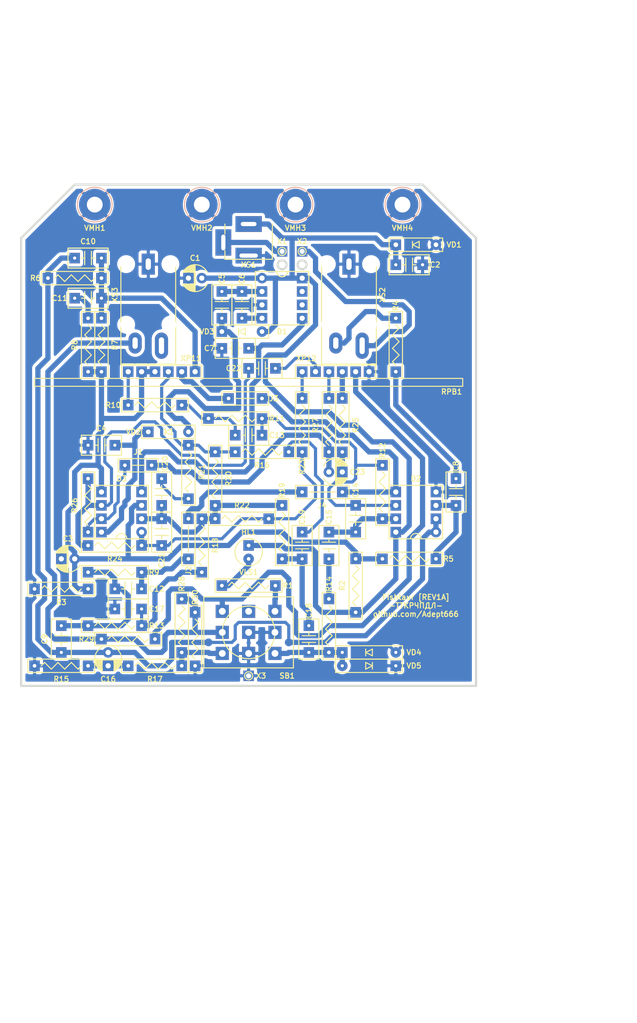
<source format=kicad_pcb>
(kicad_pcb (version 20171130) (host pcbnew 5.1.12-84ad8e8a86~92~ubuntu20.04.1)
  (title_block (title ТКП-1.21.A-2) (date 2025-01-04) (rev 1A) (company "Fishtaur [REV1A] SM") (comment 1 http://github.com/Adept666) (comment 2 "Igor Ivanov (Игорь Иванов)") (comment 3 -ТТКРЧПДЛ-) (comment 4 "This project is licensed under GNU General Public License v3.0 or later"))
  (layers (0 F.Cu jumper) (31 B.Cu signal) (37 F.SilkS user) (38 B.Mask user) (44 Edge.Cuts user))
  (net 0 "")
  (net 1 COM)
  (net 2 "Net-(HL1-PadC)")
  (net 3 /LED)
  (net 4 /PP3-POS)
  (net 5 /PP3-NEG)
  (net 6 /BYPASS)
  (net 7 "Net-(SB1-PadNO2)")
  (net 8 /OUT)
  (net 9 /IN)
  (net 10 /J2)
  (net 11 /J1)
  (net 12 VREF)
  (net 13 VA)
  (net 14 /LED-CIR)
  (net 15 VC)
  (net 16 VB)
  (net 17 /EFFECT)
  (net 18 "Net-(XS3-PadR/TN)")
  (net 19 "Net-(D1-Pad6)")
  (net 20 "Net-(D1-Pad7)")
  (net 21 "Net-(R10-Pad2)")
  (net 22 "Net-(R16-Pad1)")
  (net 23 "Net-(R23-Pad2)")
  (net 24 "Net-(C5-Pad1)")
  (net 25 "Net-(C5-Pad2)")
  (net 26 "Net-(C6-Pad2)")
  (net 27 "Net-(C8-Pad1)")
  (net 28 "Net-(C8-Pad2)")
  (net 29 "Net-(C10-Pad1)")
  (net 30 "Net-(C12-Pad1)")
  (net 31 "Net-(C10-Pad2)")
  (net 32 "Net-(C11-Pad2)")
  (net 33 "Net-(C13-Pad1)")
  (net 34 "Net-(C13-Pad2)")
  (net 35 "Net-(C14-Pad2)")
  (net 36 "Net-(C15-Pad2)")
  (net 37 "Net-(C16-Pad-)")
  (net 38 "Net-(C17-Pad1)")
  (net 39 "Net-(C18-Pad2)")
  (net 40 "Net-(C19-Pad2)")
  (net 41 "Net-(C20-Pad1)")
  (net 42 "Net-(C20-Pad2)")
  (net 43 "Net-(C21-Pad2)")
  (net 44 "Net-(C22-Pad1)")
  (net 45 "Net-(C22-Pad2)")
  (net 46 "Net-(C23-Pad-)")
  (net 47 "Net-(R25-Pad2)")
  (net 48 "Net-(R27-Pad1)")
  (module SBEPL:ТКП-6.1.3.A1 (layer F.Cu) (at 105.41 148.59)
    (fp_text reference VE2 hide)
    (fp_text value ТКП-6.1.3.A1.B1.2-1.A1.B1 hide)
  )
  (module SBEPL:ТКП-6.1.1.A1.A1.A (layer F.Cu) (at 105.41 148.59)
    (fp_text reference VE1 hide)
    (fp_text value ТКП-6.1.1.A1.A1.A.1-1 hide)
  )
  (module KCL-TH-SL:CON-PAD-S-1.0-2.0 (layer F.Cu) (at 115.57 105.41)
    (fp_text reference X2 (at 0 -1.905) (layer F.SilkS) (effects (font (thickness 0.2))))
    (fp_text value X)
    (pad 1 thru_hole rect (at 0 0) (size 2 2) (drill 1) (layers B.Cu B.Mask) (net 5 /PP3-NEG))
  )
  (module KCL-TH-SL:CON-PAD-S-1.0-2.0 (layer F.Cu) (at 111.76 105.41)
    (fp_text reference X1 (at 0 -1.905) (layer F.SilkS) (effects (font (thickness 0.2))))
    (fp_text value X)
    (pad 1 thru_hole rect (at 0 0) (size 2 2) (drill 1) (layers B.Cu B.Mask) (net 4 /PP3-POS))
  )
  (module KCL-TH-SL:CON-PAD-S-1.0-2.0 (layer F.Cu) (at 105.41 186.055)
    (fp_text reference X3 (at 1.27 0) (layer F.SilkS) (effects (font (thickness 0.2)) (justify left)))
    (fp_text value COM)
    (pad 1 thru_hole rect (at 0 0) (size 2 2) (drill 1) (layers B.Cu B.Mask) (net 1 COM))
  )
  (module KCL-TH-SL:VMH-STA-DA5-PNL-3.0 (layer F.Cu) (at 134.62 96.52)
    (fp_text reference VMH4 (at 0 4.445) (layer F.SilkS) (effects (font (thickness 0.2))))
    (fp_text value DI5M3x20)
    (pad 0 thru_hole circle (at 0 0) (size 6 6) (drill 3) (layers B.Cu B.Mask) (net 1 COM))
  )
  (module KCL-TH-SL:VMH-STA-DA5-PNL-3.0 (layer F.Cu) (at 114.3 96.52)
    (fp_text reference VMH3 (at 0 4.445) (layer F.SilkS) (effects (font (thickness 0.2))))
    (fp_text value DI5M3x20)
    (pad 0 thru_hole circle (at 0 0) (size 6 6) (drill 3) (layers B.Cu B.Mask) (net 1 COM))
  )
  (module KCL-TH-SL:VMH-STA-DA5-PNL-3.0 (layer F.Cu) (at 96.52 96.52)
    (fp_text reference VMH2 (at 0 4.445) (layer F.SilkS) (effects (font (thickness 0.2))))
    (fp_text value DI5M3x20)
    (pad 0 thru_hole circle (at 0 0) (size 6 6) (drill 3) (layers B.Cu B.Mask) (net 1 COM))
  )
  (module KCL-TH-SL:VMH-STA-DA5-PNL-3.0 (layer F.Cu) (at 76.2 96.52)
    (fp_text reference VMH1 (at 0 4.445) (layer F.SilkS) (effects (font (thickness 0.2))))
    (fp_text value DI5M3x20)
    (pad 0 thru_hole circle (at 0 0) (size 6 6) (drill 3) (layers B.Cu B.Mask) (net 1 COM))
  )
  (module KCL-VIRTUAL:B-PP3-HV (layer F.Cu) (at 105.41 196.85)
    (fp_text reference GB1 hide)
    (fp_text value X hide)
  )
  (module SBKCL-TH-SL:RPB-1590BB-18-3x17-DUAL-SINGLE-SINGLE-1.5-PNL-7.2 (layer F.Cu) (at 105.41 117.04)
    (fp_text reference RPB1 (at 40.64 15.04) (layer F.SilkS) (effects (font (thickness 0.2)) (justify right)))
    (fp_text value B100K-B10K-B10K)
    (fp_text user XP12 (at 8.89 8.69) (layer F.SilkS) (effects (font (thickness 0.2)) (justify left)))
    (fp_text user XP11 (at -8.89 8.69) (layer F.SilkS) (effects (font (thickness 0.2)) (justify right)))
    (pad 13 thru_hole rect (at -22.86 11.23) (size 2 2) (drill 1) (layers B.Cu B.Mask) (net 21 "Net-(R10-Pad2)"))
    (pad 31 thru_hole rect (at 22.86 11.23) (size 2 2) (drill 1) (layers B.Cu B.Mask) (net 1 COM))
    (pad 23 thru_hole rect (at 10.16 11.23) (size 2 2) (drill 1) (layers B.Cu B.Mask) (net 23 "Net-(R23-Pad2)"))
    (pad 22 thru_hole rect (at 12.7 11.23) (size 2 2) (drill 1) (layers B.Cu B.Mask) (net 44 "Net-(C22-Pad1)"))
    (pad 21 thru_hole rect (at 15.24 11.23) (size 2 2) (drill 1) (layers B.Cu B.Mask) (net 48 "Net-(R27-Pad1)"))
    (pad 33 thru_hole rect (at 17.78 11.23) (size 2 2) (drill 1) (layers B.Cu B.Mask) (net 47 "Net-(R25-Pad2)"))
    (pad 32 thru_hole rect (at 20.32 11.23) (size 2 2) (drill 1) (layers B.Cu B.Mask) (net 17 /EFFECT))
    (pad 14 thru_hole rect (at -10.16 11.23) (size 2 2) (drill 1) (layers B.Cu B.Mask) (net 31 "Net-(C10-Pad2)"))
    (pad 12 thru_hole rect (at -17.78 11.23) (size 2 2) (drill 1) (layers B.Cu B.Mask) (net 12 VREF))
    (pad 15 thru_hole rect (at -15.24 11.23) (size 2 2) (drill 1) (layers B.Cu B.Mask) (net 22 "Net-(R16-Pad1)"))
    (pad 16 thru_hole rect (at -20.32 11.23) (size 2 2) (drill 1) (layers B.Cu B.Mask) (net 12 VREF))
    (pad 11 thru_hole rect (at -12.7 11.23) (size 2 2) (drill 1) (layers B.Cu B.Mask) (net 10 /J2))
  )
  (module KCL-TH-SL:LED-ROUND-05.0-UNI-SH-SPACER-PNL-5.3 (layer F.Cu) (at 105.41 162.56 90)
    (fp_text reference HL1 (at 3.81 0 180) (layer F.SilkS) (effects (font (thickness 0.2))))
    (fp_text value FYL-5013UWC)
    (pad C thru_hole circle (at -1.27 0 90) (size 2 2) (drill 0.7) (layers B.Cu B.Mask) (net 2 "Net-(HL1-PadC)"))
    (pad A thru_hole rect (at 1.27 0 90) (size 2 2) (drill 0.7) (layers B.Cu B.Mask) (net 13 VA))
  )
  (module KCL-TH-SL:SW-PBS-24-302SP-2.5-PNL-12.0 (layer F.Cu) (at 105.41 177.8)
    (fp_text reference SB1 (at 8.89 8.255) (layer F.SilkS) (effects (font (thickness 0.2)) (justify right)))
    (fp_text value PBS-24-302SP)
    (pad COM3 thru_hole rect (at 5 0) (size 2.5 2.5) (drill 1.3) (layers B.Cu B.Mask) (net 1 COM))
    (pad NC3 thru_hole rect (at 5 4) (size 2.5 2.5) (drill 1.3) (layers B.Cu B.Mask) (net 14 /LED-CIR))
    (pad NO3 thru_hole rect (at 5 -4) (size 2.5 2.5) (drill 1.3) (layers B.Cu B.Mask) (net 3 /LED))
    (pad COM2 thru_hole rect (at 0 0) (size 2.5 2.5) (drill 1.3) (layers B.Cu B.Mask) (net 1 COM))
    (pad NC2 thru_hole rect (at 0 4) (size 2.5 2.5) (drill 1.3) (layers B.Cu B.Mask) (net 1 COM))
    (pad NO2 thru_hole rect (at 0 -4) (size 2.5 2.5) (drill 1.3) (layers B.Cu B.Mask) (net 7 "Net-(SB1-PadNO2)"))
    (pad NO1 thru_hole rect (at -5 -4) (size 2.5 2.5) (drill 1.3) (layers B.Cu B.Mask) (net 17 /EFFECT))
    (pad COM1 thru_hole rect (at -5 0) (size 2.5 2.5) (drill 1.3) (layers B.Cu B.Mask) (net 8 /OUT))
    (pad NC1 thru_hole rect (at -5 4) (size 2.5 2.5) (drill 1.3) (layers B.Cu B.Mask) (net 6 /BYPASS))
  )
  (module SBKCL-TH-SL:CON-ST-008X-04-OR-ST-008X-05 (layer F.Cu) (at 86.36 100.33 180)
    (fp_text reference XS3 (at 6.35 -13.335 90) (layer F.SilkS) (effects (font (thickness 0.2))))
    (fp_text value ST-008S-05)
    (pad "" np_thru_hole circle (at 4.2 -7.5 180) (size 2.2 2.2) (drill 2.2) (layers *.Cu *.Mask))
    (pad "" np_thru_hole circle (at -4.2 -7.5 180) (size 2.2 2.2) (drill 2.2) (layers *.Cu *.Mask))
    (pad "" np_thru_hole circle (at 4.2 -19 180) (size 2.2 2.2) (drill 2.2) (layers *.Cu *.Mask))
    (pad R/TN thru_hole oval (at -2.5 -23 180) (size 2.5 5) (drill oval 1 3.2) (layers B.Cu B.Mask) (net 18 "Net-(XS3-PadR/TN)"))
    (pad T thru_hole oval (at 2.5 -22.5 180) (size 2.5 4) (drill oval 1 2.2) (layers B.Cu B.Mask) (net 8 /OUT))
    (pad S thru_hole rect (at 0 -7.5 180) (size 2.5 4) (drill oval 1 2.2) (layers B.Cu B.Mask) (net 1 COM))
    (pad "" np_thru_hole circle (at -4.2 -19 180) (size 2.2 2.2) (drill 2.2) (layers *.Cu *.Mask))
  )
  (module SBKCL-TH-SL:CON-ST-008X-04-OR-ST-008X-05 (layer F.Cu) (at 124.46 100.33 180)
    (fp_text reference XS2 (at -6.35 -13.335 90) (layer F.SilkS) (effects (font (thickness 0.2))))
    (fp_text value ST-008S-05)
    (pad "" np_thru_hole circle (at 4.2 -7.5 180) (size 2.2 2.2) (drill 2.2) (layers *.Cu *.Mask))
    (pad "" np_thru_hole circle (at -4.2 -7.5 180) (size 2.2 2.2) (drill 2.2) (layers *.Cu *.Mask))
    (pad "" np_thru_hole circle (at 4.2 -19 180) (size 2.2 2.2) (drill 2.2) (layers *.Cu *.Mask))
    (pad R/TN thru_hole oval (at -2.5 -23 180) (size 2.5 5) (drill oval 1 3.2) (layers B.Cu B.Mask) (net 5 /PP3-NEG))
    (pad T thru_hole oval (at 2.5 -22.5 180) (size 2.5 4) (drill oval 1 2.2) (layers B.Cu B.Mask) (net 9 /IN))
    (pad S thru_hole rect (at 0 -7.5 180) (size 2.5 4) (drill oval 1 2.2) (layers B.Cu B.Mask) (net 1 COM))
    (pad "" np_thru_hole circle (at -4.2 -19 180) (size 2.2 2.2) (drill 2.2) (layers *.Cu *.Mask))
  )
  (module KCL-VIRTUAL:VLS-BR (layer F.Cu) (at 105.41 162.56)
    (fp_text reference VLS1 (at 0 3.81) (layer F.SilkS) (effects (font (thickness 0.2))))
    (fp_text value BR-17.8)
  )
  (module KCL-TH-SL:C-DISK-D04.2-T03.0-P05.08-d0.5 (layer F.Cu) (at 135.89 107.95)
    (fp_text reference C2 (at 3.81 0 180) (layer F.SilkS) (effects (font (thickness 0.2)) (justify left)))
    (fp_text value 104)
    (pad 1 thru_hole rect (at -2.54 0) (size 2 2) (drill 0.6) (layers B.Cu B.Mask) (net 13 VA))
    (pad 2 thru_hole rect (at 2.54 0) (size 2 2) (drill 0.6) (layers B.Cu B.Mask) (net 1 COM))
  )
  (module KCL-TH-SL:CP-RADIAL-D05.0-P02.0-CLS (layer F.Cu) (at 95.25 110.49 180)
    (fp_text reference C1 (at 0 3.81 180) (layer F.SilkS) (effects (font (thickness 0.2))))
    (fp_text value 476)
    (pad + thru_hole circle (at -1.27 0 180) (size 2 2) (drill 1) (layers B.Cu B.Mask) (net 13 VA))
    (pad - thru_hole rect (at 1.27 0 180) (size 2 2) (drill 1) (layers B.Cu B.Mask) (net 1 COM))
  )
  (module KCL-TH-SL:CON-DC-005 (layer F.Cu) (at 105.41 92.71 180)
    (fp_text reference XS1 (at 0 -15.24) (layer F.SilkS) (effects (font (thickness 0.2))))
    (fp_text value DC-005)
    (pad C thru_hole rect (at 0 -13.5 180) (size 5 3) (drill oval 3.5 0.8) (layers B.Cu B.Mask) (net 1 COM))
    (pad SN thru_hole rect (at 4.8 -11 180) (size 3 5) (drill oval 0.8 3) (layers B.Cu B.Mask) (net 4 /PP3-POS))
    (pad S thru_hole rect (at 0 -7.5 180) (size 5 3) (drill oval 3 0.8) (layers B.Cu B.Mask) (net 13 VA))
  )
  (module KCL-TH-SL:R-MFR-25 (layer F.Cu) (at 105.41 168.91 180)
    (fp_text reference R1 (at -6.35 0) (layer F.SilkS) (effects (font (thickness 0.2)) (justify left)))
    (fp_text value 103)
    (pad 1 thru_hole rect (at -5.08 0 180) (size 2 2) (drill 0.7) (layers B.Cu B.Mask) (net 3 /LED))
    (pad 2 thru_hole rect (at 5.08 0 180) (size 2 2) (drill 0.7) (layers B.Cu B.Mask) (net 2 "Net-(HL1-PadC)"))
  )
  (module KCL-TH-SL:R-MFR-25 (layer F.Cu) (at 95.25 179.07 90)
    (fp_text reference R30 (at 6.35 0 90) (layer F.SilkS) (effects (font (thickness 0.2)) (justify left)))
    (fp_text value 104)
    (pad 1 thru_hole rect (at -5.08 0 90) (size 2 2) (drill 0.7) (layers B.Cu B.Mask) (net 1 COM))
    (pad 2 thru_hole rect (at 5.08 0 90) (size 2 2) (drill 0.7) (layers B.Cu B.Mask) (net 8 /OUT))
  )
  (module KCL-TH-SL:P-DIP-08 (layer F.Cu) (at 137.16 154.94 180)
    (fp_text reference D2 (at 0 6.35) (layer F.SilkS) (effects (font (thickness 0.2))))
    (fp_text value 072)
    (pad 1 thru_hole circle (at -3.81 -3.81 180) (size 2 2) (drill 1) (layers B.Cu B.Mask) (net 29 "Net-(C10-Pad1)"))
    (pad 2 thru_hole rect (at -3.81 -1.27 180) (size 2 2) (drill 1) (layers B.Cu B.Mask) (net 29 "Net-(C10-Pad1)"))
    (pad 3 thru_hole rect (at -3.81 1.27 180) (size 2 2) (drill 1) (layers B.Cu B.Mask) (net 28 "Net-(C8-Pad2)"))
    (pad 4 thru_hole rect (at -3.81 3.81 180) (size 2 2) (drill 1) (layers B.Cu B.Mask) (net 1 COM))
    (pad 5 thru_hole rect (at 3.81 3.81 180) (size 2 2) (drill 1) (layers B.Cu B.Mask) (net 10 /J2))
    (pad 6 thru_hole rect (at 3.81 1.27 180) (size 2 2) (drill 1) (layers B.Cu B.Mask) (net 34 "Net-(C13-Pad2)"))
    (pad 7 thru_hole rect (at 3.81 -1.27 180) (size 2 2) (drill 1) (layers B.Cu B.Mask) (net 35 "Net-(C14-Pad2)"))
    (pad 8 thru_hole rect (at 3.81 -3.81 180) (size 2 2) (drill 1) (layers B.Cu B.Mask) (net 13 VA))
  )
  (module KCL-TH-SL:C-DISK-D04.2-T03.0-P05.08-d0.5 (layer F.Cu) (at 144.78 151.13 270)
    (fp_text reference C8 (at -3.81 0 90) (layer F.SilkS) (effects (font (thickness 0.2)) (justify left)))
    (fp_text value 104)
    (pad 1 thru_hole rect (at -2.54 0 270) (size 2 2) (drill 0.6) (layers B.Cu B.Mask) (net 27 "Net-(C8-Pad1)"))
    (pad 2 thru_hole rect (at 2.54 0 270) (size 2 2) (drill 0.6) (layers B.Cu B.Mask) (net 28 "Net-(C8-Pad2)"))
  )
  (module KCL-TH-SL:C-DISK-D04.2-T03.0-P05.08-d0.5 (layer F.Cu) (at 82.55 169.545)
    (fp_text reference C12 (at 3.81 0) (layer F.SilkS) (effects (font (thickness 0.2)) (justify left)))
    (fp_text value 683)
    (pad 1 thru_hole rect (at -2.54 0) (size 2 2) (drill 0.6) (layers B.Cu B.Mask) (net 30 "Net-(C12-Pad1)"))
    (pad 2 thru_hole rect (at 2.54 0) (size 2 2) (drill 0.6) (layers B.Cu B.Mask) (net 10 /J2))
  )
  (module KCL-TH-SL:C-DISK-D04.2-T03.0-P05.08-d0.5 (layer F.Cu) (at 105.41 140.335)
    (fp_text reference C13 (at 3.81 0) (layer F.SilkS) (effects (font (thickness 0.2)) (justify left)))
    (fp_text value 823)
    (pad 1 thru_hole rect (at -2.54 0) (size 2 2) (drill 0.6) (layers B.Cu B.Mask) (net 33 "Net-(C13-Pad1)"))
    (pad 2 thru_hole rect (at 2.54 0) (size 2 2) (drill 0.6) (layers B.Cu B.Mask) (net 34 "Net-(C13-Pad2)"))
  )
  (module KCL-TH-SL:C-DISK-D04.2-T03.0-P05.08-d0.5 (layer F.Cu) (at 125.73 156.21 270)
    (fp_text reference C14 (at -3.81 0 90) (layer F.SilkS) (effects (font (thickness 0.2)) (justify left)))
    (fp_text value 391)
    (pad 1 thru_hole rect (at -2.54 0 270) (size 2 2) (drill 0.6) (layers B.Cu B.Mask) (net 34 "Net-(C13-Pad2)"))
    (pad 2 thru_hole rect (at 2.54 0 270) (size 2 2) (drill 0.6) (layers B.Cu B.Mask) (net 35 "Net-(C14-Pad2)"))
  )
  (module KCL-TH-SL:C-DISK-D04.2-T03.0-P05.08-d0.5 (layer F.Cu) (at 120.65 161.29 270)
    (fp_text reference C15 (at -3.81 0 90) (layer F.SilkS) (effects (font (thickness 0.2)) (justify left)))
    (fp_text value 105)
    (pad 1 thru_hole rect (at -2.54 0 270) (size 2 2) (drill 0.6) (layers B.Cu B.Mask) (net 35 "Net-(C14-Pad2)"))
    (pad 2 thru_hole rect (at 2.54 0 270) (size 2 2) (drill 0.6) (layers B.Cu B.Mask) (net 36 "Net-(C15-Pad2)"))
  )
  (module KCL-TH-SL:C-DISK-D04.2-T03.0-P05.08-d0.5 (layer F.Cu) (at 116.84 179.07 90)
    (fp_text reference C18 (at 3.81 0 90) (layer F.SilkS) (effects (font (thickness 0.2)) (justify left)))
    (fp_text value 105)
    (pad 1 thru_hole rect (at -2.54 0 90) (size 2 2) (drill 0.6) (layers B.Cu B.Mask) (net 14 /LED-CIR))
    (pad 2 thru_hole rect (at 2.54 0 90) (size 2 2) (drill 0.6) (layers B.Cu B.Mask) (net 39 "Net-(C18-Pad2)"))
  )
  (module KCL-TH-SL:C-DISK-D04.2-T03.0-P05.08-d0.5 (layer F.Cu) (at 115.57 161.29 90)
    (fp_text reference C19 (at 3.81 0 90) (layer F.SilkS) (effects (font (thickness 0.2)) (justify left)))
    (fp_text value 222)
    (pad 1 thru_hole rect (at -2.54 0 90) (size 2 2) (drill 0.6) (layers B.Cu B.Mask) (net 39 "Net-(C18-Pad2)"))
    (pad 2 thru_hole rect (at 2.54 0 90) (size 2 2) (drill 0.6) (layers B.Cu B.Mask) (net 40 "Net-(C19-Pad2)"))
  )
  (module KCL-TH-SL:C-DISK-D04.2-T03.0-P05.08-d0.5 (layer F.Cu) (at 88.9 151.13 90)
    (fp_text reference C20 (at 3.81 0.635 90) (layer F.SilkS) (effects (font (thickness 0.2)) (justify left)))
    (fp_text value 223)
    (pad 1 thru_hole rect (at -2.54 0 90) (size 2 2) (drill 0.6) (layers B.Cu B.Mask) (net 41 "Net-(C20-Pad1)"))
    (pad 2 thru_hole rect (at 2.54 0 90) (size 2 2) (drill 0.6) (layers B.Cu B.Mask) (net 42 "Net-(C20-Pad2)"))
  )
  (module KCL-TH-SL:C-DISK-D04.2-T03.0-P05.08-d0.5 (layer F.Cu) (at 88.9 158.75 270)
    (fp_text reference C21 (at 3.81 0 90) (layer F.SilkS) (effects (font (thickness 0.2)) (justify right)))
    (fp_text value 821)
    (pad 1 thru_hole rect (at -2.54 0 270) (size 2 2) (drill 0.6) (layers B.Cu B.Mask) (net 41 "Net-(C20-Pad1)"))
    (pad 2 thru_hole rect (at 2.54 0 270) (size 2 2) (drill 0.6) (layers B.Cu B.Mask) (net 43 "Net-(C21-Pad2)"))
  )
  (module KCL-TH-SL:C-DISK-D04.2-T03.0-P05.08-d0.5 (layer F.Cu) (at 82.55 173.355 180)
    (fp_text reference C17 (at -3.81 0) (layer F.SilkS) (effects (font (thickness 0.2)) (justify left)))
    (fp_text value 105)
    (pad 1 thru_hole rect (at -2.54 0 180) (size 2 2) (drill 0.6) (layers B.Cu B.Mask) (net 38 "Net-(C17-Pad1)"))
    (pad 2 thru_hole rect (at 2.54 0 180) (size 2 2) (drill 0.6) (layers B.Cu B.Mask) (net 1 COM))
  )
  (module KCL-TH-SL:R-MFR-25 (layer F.Cu) (at 133.35 123.19 270)
    (fp_text reference R4 (at -6.35 0 90) (layer F.SilkS) (effects (font (thickness 0.2)) (justify left)))
    (fp_text value 103)
    (pad 1 thru_hole rect (at -5.08 0 270) (size 2 2) (drill 0.7) (layers B.Cu B.Mask) (net 9 /IN))
    (pad 2 thru_hole rect (at 5.08 0 270) (size 2 2) (drill 0.7) (layers B.Cu B.Mask) (net 27 "Net-(C8-Pad1)"))
  )
  (module KCL-TH-SL:R-MFR-25 (layer F.Cu) (at 135.89 163.83)
    (fp_text reference R5 (at 6.35 0) (layer F.SilkS) (effects (font (thickness 0.2)) (justify left)))
    (fp_text value 105)
    (pad 1 thru_hole rect (at -5.08 0) (size 2 2) (drill 0.7) (layers B.Cu B.Mask) (net 12 VREF))
    (pad 2 thru_hole rect (at 5.08 0) (size 2 2) (drill 0.7) (layers B.Cu B.Mask) (net 28 "Net-(C8-Pad2)"))
  )
  (module KCL-TH-SL:R-MFR-25 (layer F.Cu) (at 80.01 176.53)
    (fp_text reference R13 (at 6.35 0) (layer F.SilkS) (effects (font (thickness 0.2)) (justify left)))
    (fp_text value 152)
    (pad 1 thru_hole rect (at -5.08 0) (size 2 2) (drill 0.7) (layers B.Cu B.Mask) (net 30 "Net-(C12-Pad1)"))
    (pad 2 thru_hole rect (at 5.08 0) (size 2 2) (drill 0.7) (layers B.Cu B.Mask) (net 38 "Net-(C17-Pad1)"))
  )
  (module KCL-TH-SL:R-MFR-25 (layer F.Cu) (at 87.63 134.62 180)
    (fp_text reference R10 (at 6.35 0) (layer F.SilkS) (effects (font (thickness 0.2)) (justify right)))
    (fp_text value 202)
    (pad 1 thru_hole rect (at -5.08 0 180) (size 2 2) (drill 0.7) (layers B.Cu B.Mask) (net 33 "Net-(C13-Pad1)"))
    (pad 2 thru_hole rect (at 5.08 0 180) (size 2 2) (drill 0.7) (layers B.Cu B.Mask) (net 21 "Net-(R10-Pad2)"))
  )
  (module KCL-TH-SL:R-MFR-25 (layer F.Cu) (at 102.87 137.16)
    (fp_text reference R11 (at 6.35 0) (layer F.SilkS) (effects (font (thickness 0.2)) (justify left)))
    (fp_text value 153)
    (pad 1 thru_hole rect (at -5.08 0) (size 2 2) (drill 0.7) (layers B.Cu B.Mask) (net 33 "Net-(C13-Pad1)"))
    (pad 2 thru_hole rect (at 5.08 0) (size 2 2) (drill 0.7) (layers B.Cu B.Mask) (net 34 "Net-(C13-Pad2)"))
  )
  (module KCL-TH-SL:R-MFR-25 (layer F.Cu) (at 130.81 151.13 270)
    (fp_text reference R12 (at -6.35 0 90) (layer F.SilkS) (effects (font (thickness 0.2)) (justify left)))
    (fp_text value 434)
    (pad 1 thru_hole rect (at -5.08 0 270) (size 2 2) (drill 0.7) (layers B.Cu B.Mask) (net 34 "Net-(C13-Pad2)"))
    (pad 2 thru_hole rect (at 5.08 0 270) (size 2 2) (drill 0.7) (layers B.Cu B.Mask) (net 35 "Net-(C14-Pad2)"))
  )
  (module KCL-TH-SL:R-MFR-25 (layer F.Cu) (at 120.65 176.53 270)
    (fp_text reference R14 (at -6.35 0 90) (layer F.SilkS) (effects (font (thickness 0.2)) (justify left)))
    (fp_text value 102)
    (pad 1 thru_hole rect (at -5.08 0 270) (size 2 2) (drill 0.7) (layers B.Cu B.Mask) (net 36 "Net-(C15-Pad2)"))
    (pad 2 thru_hole rect (at 5.08 0 270) (size 2 2) (drill 0.7) (layers B.Cu B.Mask) (net 14 /LED-CIR))
  )
  (module KCL-TH-SL:R-MFR-25 (layer F.Cu) (at 107.95 143.51)
    (fp_text reference R16 (at 0 2.54) (layer F.SilkS) (effects (font (thickness 0.2))))
    (fp_text value 223)
    (pad 1 thru_hole rect (at -5.08 0) (size 2 2) (drill 0.7) (layers B.Cu B.Mask) (net 22 "Net-(R16-Pad1)"))
    (pad 2 thru_hole rect (at 5.08 0) (size 2 2) (drill 0.7) (layers B.Cu B.Mask) (net 40 "Net-(C19-Pad2)"))
  )
  (module KCL-TH-SL:R-MFR-25 (layer F.Cu) (at 111.76 158.75 90)
    (fp_text reference R19 (at 6.35 0 90) (layer F.SilkS) (effects (font (thickness 0.2)) (justify left)))
    (fp_text value 473)
    (pad 1 thru_hole rect (at -5.08 0 90) (size 2 2) (drill 0.7) (layers B.Cu B.Mask) (net 39 "Net-(C18-Pad2)"))
    (pad 2 thru_hole rect (at 5.08 0 90) (size 2 2) (drill 0.7) (layers B.Cu B.Mask) (net 41 "Net-(C20-Pad1)"))
  )
  (module KCL-TH-SL:R-MFR-25 (layer F.Cu) (at 99.06 148.59 270)
    (fp_text reference R20 (at 0 -2.54 90) (layer F.SilkS) (effects (font (thickness 0.2))))
    (fp_text value 273)
    (pad 1 thru_hole rect (at -5.08 0 270) (size 2 2) (drill 0.7) (layers B.Cu B.Mask) (net 22 "Net-(R16-Pad1)"))
    (pad 2 thru_hole rect (at 5.08 0 270) (size 2 2) (drill 0.7) (layers B.Cu B.Mask) (net 41 "Net-(C20-Pad1)"))
  )
  (module KCL-TH-SL:R-MFR-25 (layer F.Cu) (at 93.98 147.32 270)
    (fp_text reference R21 (at 0 -2.54 90) (layer F.SilkS) (effects (font (thickness 0.2))))
    (fp_text value 123)
    (pad 1 thru_hole rect (at -5.08 0 270) (size 2 2) (drill 0.7) (layers B.Cu B.Mask) (net 22 "Net-(R16-Pad1)"))
    (pad 2 thru_hole rect (at 5.08 0 270) (size 2 2) (drill 0.7) (layers B.Cu B.Mask) (net 42 "Net-(C20-Pad2)"))
  )
  (module KCL-TH-SL:R-MFR-25 (layer F.Cu) (at 96.52 161.29 90)
    (fp_text reference R18 (at 0 2.54 90) (layer F.SilkS) (effects (font (thickness 0.2))))
    (fp_text value 153)
    (pad 1 thru_hole rect (at -5.08 0 90) (size 2 2) (drill 0.7) (layers B.Cu B.Mask) (net 38 "Net-(C17-Pad1)"))
    (pad 2 thru_hole rect (at 5.08 0 90) (size 2 2) (drill 0.7) (layers B.Cu B.Mask) (net 41 "Net-(C20-Pad1)"))
  )
  (module KCL-TH-SL:R-MFR-25 (layer F.Cu) (at 104.14 156.21)
    (fp_text reference R22 (at 0 -2.54) (layer F.SilkS) (effects (font (thickness 0.2))))
    (fp_text value 394)
    (pad 1 thru_hole rect (at -5.08 0) (size 2 2) (drill 0.7) (layers B.Cu B.Mask) (net 41 "Net-(C20-Pad1)"))
    (pad 2 thru_hole rect (at 5.08 0) (size 2 2) (drill 0.7) (layers B.Cu B.Mask) (net 43 "Net-(C21-Pad2)"))
  )
  (module KCL-TH-SL:P-DO-7 (layer F.Cu) (at 128.27 181.61 180)
    (fp_text reference VD4 (at -6.985 0) (layer F.SilkS) (effects (font (thickness 0.2)) (justify left)))
    (fp_text value 34A)
    (pad A thru_hole circle (at -5.08 0 180) (size 2 2) (drill 0.6) (layers B.Cu B.Mask) (net 1 COM))
    (pad C thru_hole rect (at 5.08 0 180) (size 2 2) (drill 0.6) (layers B.Cu B.Mask) (net 14 /LED-CIR))
  )
  (module KCL-TH-SL:P-DO-7 (layer F.Cu) (at 128.27 184.15)
    (fp_text reference VD5 (at 6.985 0) (layer F.SilkS) (effects (font (thickness 0.2)) (justify left)))
    (fp_text value 34A)
    (pad A thru_hole circle (at -5.08 0) (size 2 2) (drill 0.6) (layers B.Cu B.Mask) (net 14 /LED-CIR))
    (pad C thru_hole rect (at 5.08 0) (size 2 2) (drill 0.6) (layers B.Cu B.Mask) (net 1 COM))
  )
  (module KCL-TH-SL:C-DISK-D04.2-T03.0-P05.08-d0.5 (layer F.Cu) (at 69.85 179.07 90)
    (fp_text reference C9 (at 0 -3.175 90) (layer F.SilkS) (effects (font (thickness 0.2))))
    (fp_text value 104)
    (pad 1 thru_hole rect (at -2.54 0 90) (size 2 2) (drill 0.6) (layers B.Cu B.Mask) (net 29 "Net-(C10-Pad1)"))
    (pad 2 thru_hole rect (at 2.54 0 90) (size 2 2) (drill 0.6) (layers B.Cu B.Mask) (net 30 "Net-(C12-Pad1)"))
  )
  (module KCL-TH-SL:C-DISK-D04.2-T03.0-P05.08-d0.5 (layer F.Cu) (at 74.93 106.68)
    (fp_text reference C10 (at 0 -3.175) (layer F.SilkS) (effects (font (thickness 0.2))))
    (fp_text value 683)
    (pad 1 thru_hole rect (at -2.54 0) (size 2 2) (drill 0.6) (layers B.Cu B.Mask) (net 29 "Net-(C10-Pad1)"))
    (pad 2 thru_hole rect (at 2.54 0) (size 2 2) (drill 0.6) (layers B.Cu B.Mask) (net 31 "Net-(C10-Pad2)"))
  )
  (module KCL-TH-SL:C-DISK-D04.2-T03.0-P05.08-d0.5 (layer F.Cu) (at 74.93 114.3 180)
    (fp_text reference C11 (at 3.81 0) (layer F.SilkS) (effects (font (thickness 0.2)) (justify right)))
    (fp_text value 334)
    (pad 1 thru_hole rect (at -2.54 0 180) (size 2 2) (drill 0.6) (layers B.Cu B.Mask) (net 31 "Net-(C10-Pad2)"))
    (pad 2 thru_hole rect (at 2.54 0 180) (size 2 2) (drill 0.6) (layers B.Cu B.Mask) (net 32 "Net-(C11-Pad2)"))
  )
  (module KCL-TH-SL:CP-RADIAL-D05.0-P02.0-CLS (layer F.Cu) (at 78.74 182.88 270)
    (fp_text reference C16 (at 3.81 0) (layer F.SilkS) (effects (font (thickness 0.2))))
    (fp_text value 475)
    (pad + thru_hole circle (at -1.27 0 270) (size 2 2) (drill 1) (layers B.Cu B.Mask) (net 29 "Net-(C10-Pad1)"))
    (pad - thru_hole rect (at 1.27 0 270) (size 2 2) (drill 1) (layers B.Cu B.Mask) (net 37 "Net-(C16-Pad-)"))
  )
  (module KCL-TH-SL:R-MFR-25 (layer F.Cu) (at 69.85 184.15)
    (fp_text reference R15 (at 0 2.54) (layer F.SilkS) (effects (font (thickness 0.2))))
    (fp_text value 104)
    (pad 1 thru_hole rect (at -5.08 0) (size 2 2) (drill 0.7) (layers B.Cu B.Mask) (net 1 COM))
    (pad 2 thru_hole rect (at 5.08 0) (size 2 2) (drill 0.7) (layers B.Cu B.Mask) (net 37 "Net-(C16-Pad-)"))
  )
  (module KCL-TH-SL:R-MFR-25 (layer F.Cu) (at 87.63 184.15)
    (fp_text reference R17 (at 0 2.54) (layer F.SilkS) (effects (font (thickness 0.2))))
    (fp_text value 561)
    (pad 1 thru_hole rect (at -5.08 0) (size 2 2) (drill 0.7) (layers B.Cu B.Mask) (net 37 "Net-(C16-Pad-)"))
    (pad 2 thru_hole rect (at 5.08 0) (size 2 2) (drill 0.7) (layers B.Cu B.Mask) (net 6 /BYPASS))
  )
  (module KCL-TH-SL:R-MFR-25 (layer F.Cu) (at 72.39 110.49 180)
    (fp_text reference R6 (at 6.35 0) (layer F.SilkS) (effects (font (thickness 0.2)) (justify right)))
    (fp_text value 512)
    (pad 1 thru_hole rect (at -5.08 0 180) (size 2 2) (drill 0.7) (layers B.Cu B.Mask) (net 31 "Net-(C10-Pad2)"))
    (pad 2 thru_hole rect (at 5.08 0 180) (size 2 2) (drill 0.7) (layers B.Cu B.Mask) (net 29 "Net-(C10-Pad1)"))
  )
  (module KCL-TH-SL:R-MFR-25 (layer F.Cu) (at 77.47 123.19 90)
    (fp_text reference R7 (at 0 2.54 90) (layer F.SilkS) (effects (font (thickness 0.2))))
    (fp_text value 152)
    (pad 1 thru_hole rect (at -5.08 0 90) (size 2 2) (drill 0.7) (layers B.Cu B.Mask) (net 12 VREF))
    (pad 2 thru_hole rect (at 5.08 0 90) (size 2 2) (drill 0.7) (layers B.Cu B.Mask) (net 31 "Net-(C10-Pad2)"))
  )
  (module KCL-TH-SL:R-MFR-25 (layer F.Cu) (at 74.93 123.19 90)
    (fp_text reference R8 (at 0 -2.54 90) (layer F.SilkS) (effects (font (thickness 0.2))))
    (fp_text value 102)
    (pad 1 thru_hole rect (at -5.08 0 90) (size 2 2) (drill 0.7) (layers B.Cu B.Mask) (net 12 VREF))
    (pad 2 thru_hole rect (at 5.08 0 90) (size 2 2) (drill 0.7) (layers B.Cu B.Mask) (net 32 "Net-(C11-Pad2)"))
  )
  (module KCL-TH-SL:R-MFR-25 (layer F.Cu) (at 115.57 138.43 90)
    (fp_text reference R23 (at -6.35 0 90) (layer F.SilkS) (effects (font (thickness 0.2)) (justify right)))
    (fp_text value 182)
    (pad 1 thru_hole rect (at -5.08 0 90) (size 2 2) (drill 0.7) (layers B.Cu B.Mask) (net 43 "Net-(C21-Pad2)"))
    (pad 2 thru_hole rect (at 5.08 0 90) (size 2 2) (drill 0.7) (layers B.Cu B.Mask) (net 23 "Net-(R23-Pad2)"))
  )
  (module KCL-TH-SL:R-MFR-25 (layer F.Cu) (at 80.01 161.29 180)
    (fp_text reference R24 (at 0 -2.54) (layer F.SilkS) (effects (font (thickness 0.2))))
    (fp_text value 104)
    (pad 1 thru_hole rect (at -5.08 0 180) (size 2 2) (drill 0.7) (layers B.Cu B.Mask) (net 43 "Net-(C21-Pad2)"))
    (pad 2 thru_hole rect (at 5.08 0 180) (size 2 2) (drill 0.7) (layers B.Cu B.Mask) (net 45 "Net-(C22-Pad2)"))
  )
  (module KCL-TH-SL:C-DISK-D04.2-T03.0-P05.08-d0.5 (layer F.Cu) (at 107.95 127.635 180)
    (fp_text reference C22 (at 3.81 0) (layer F.SilkS) (effects (font (thickness 0.2)) (justify right)))
    (fp_text value 392)
    (pad 1 thru_hole rect (at -2.54 0 180) (size 2 2) (drill 0.6) (layers B.Cu B.Mask) (net 44 "Net-(C22-Pad1)"))
    (pad 2 thru_hole rect (at 2.54 0 180) (size 2 2) (drill 0.6) (layers B.Cu B.Mask) (net 45 "Net-(C22-Pad2)"))
  )
  (module KCL-TH-SL:CP-RADIAL-D05.0-P02.0-CLS (layer F.Cu) (at 121.92 147.32)
    (fp_text reference C23 (at 2.54 0) (layer F.SilkS) (effects (font (thickness 0.2)) (justify left)))
    (fp_text value 475)
    (pad + thru_hole circle (at -1.27 0) (size 2 2) (drill 1) (layers B.Cu B.Mask) (net 11 /J1))
    (pad - thru_hole rect (at 1.27 0) (size 2 2) (drill 1) (layers B.Cu B.Mask) (net 46 "Net-(C23-Pad-)"))
  )
  (module KCL-TH-SL:R-MFR-25 (layer F.Cu) (at 123.19 138.43 90)
    (fp_text reference R25 (at 0 2.54 90) (layer F.SilkS) (effects (font (thickness 0.2))))
    (fp_text value 561)
    (pad 2 thru_hole rect (at 5.08 0 90) (size 2 2) (drill 0.7) (layers B.Cu B.Mask) (net 47 "Net-(R25-Pad2)"))
    (pad 1 thru_hole rect (at -5.08 0 90) (size 2 2) (drill 0.7) (layers B.Cu B.Mask) (net 46 "Net-(C23-Pad-)"))
  )
  (module KCL-TH-SL:R-MFR-25 (layer F.Cu) (at 120.65 138.43 270)
    (fp_text reference R27 (at 0 2.54 270) (layer F.SilkS) (effects (font (thickness 0.2))))
    (fp_text value 472)
    (pad 1 thru_hole rect (at -5.08 0 270) (size 2 2) (drill 0.7) (layers B.Cu B.Mask) (net 48 "Net-(R27-Pad1)"))
    (pad 2 thru_hole rect (at 5.08 0 270) (size 2 2) (drill 0.7) (layers B.Cu B.Mask) (net 11 /J1))
  )
  (module KCL-TH-SL:P-DIP-08 (layer F.Cu) (at 111.76 114.3)
    (fp_text reference D1 (at 0 6.35) (layer F.SilkS) (effects (font (thickness 0.2))))
    (fp_text value 7660S)
    (pad 1 thru_hole circle (at -3.81 -3.81) (size 2 2) (drill 1) (layers B.Cu B.Mask) (net 13 VA))
    (pad 2 thru_hole rect (at -3.81 -1.27) (size 2 2) (drill 1) (layers B.Cu B.Mask) (net 25 "Net-(C5-Pad2)"))
    (pad 3 thru_hole rect (at -3.81 1.27) (size 2 2) (drill 1) (layers B.Cu B.Mask) (net 1 COM))
    (pad 4 thru_hole rect (at -3.81 3.81) (size 2 2) (drill 1) (layers B.Cu B.Mask) (net 26 "Net-(C6-Pad2)"))
    (pad 5 thru_hole rect (at 3.81 3.81) (size 2 2) (drill 1) (layers B.Cu B.Mask) (net 15 VC))
    (pad 6 thru_hole rect (at 3.81 1.27) (size 2 2) (drill 1) (layers B.Cu B.Mask) (net 19 "Net-(D1-Pad6)"))
    (pad 7 thru_hole rect (at 3.81 -1.27) (size 2 2) (drill 1) (layers B.Cu B.Mask) (net 20 "Net-(D1-Pad7)"))
    (pad 8 thru_hole rect (at 3.81 -3.81) (size 2 2) (drill 1) (layers B.Cu B.Mask) (net 13 VA))
  )
  (module KCL-TH-SL:R-MFR-25 (layer F.Cu) (at 92.71 176.53 90)
    (fp_text reference R28 (at 6.35 0 90) (layer F.SilkS) (effects (font (thickness 0.2)) (justify left)))
    (fp_text value 683)
    (pad 1 thru_hole rect (at -5.08 0 90) (size 2 2) (drill 0.7) (layers B.Cu B.Mask) (net 6 /BYPASS))
    (pad 2 thru_hole rect (at 5.08 0 90) (size 2 2) (drill 0.7) (layers B.Cu B.Mask) (net 8 /OUT))
  )
  (module KCL-TH-SL:R-MFR-25 (layer F.Cu) (at 82.55 179.07 180)
    (fp_text reference R29 (at 6.35 0) (layer F.SilkS) (effects (font (thickness 0.2)) (justify right)))
    (fp_text value 683)
    (pad 1 thru_hole rect (at -5.08 0 180) (size 2 2) (drill 0.7) (layers B.Cu B.Mask) (net 17 /EFFECT))
    (pad 2 thru_hole rect (at 5.08 0 180) (size 2 2) (drill 0.7) (layers B.Cu B.Mask) (net 8 /OUT))
  )
  (module KCL-TH-SL:CP-RADIAL-D05.0-P02.0-CLS (layer F.Cu) (at 71.12 163.83 180)
    (fp_text reference C3 (at 0 3.81) (layer F.SilkS) (effects (font (thickness 0.2))))
    (fp_text value 476)
    (pad + thru_hole circle (at -1.27 0 180) (size 2 2) (drill 1) (layers B.Cu B.Mask) (net 12 VREF))
    (pad - thru_hole rect (at 1.27 0 180) (size 2 2) (drill 1) (layers B.Cu B.Mask) (net 1 COM))
  )
  (module KCL-TH-SL:C-DISK-D04.2-T03.0-P05.08-d0.5 (layer F.Cu) (at 102.87 123.825)
    (fp_text reference C7 (at -3.81 0) (layer F.SilkS) (effects (font (thickness 0.2)) (justify right)))
    (fp_text value 105)
    (pad 1 thru_hole rect (at -2.54 0) (size 2 2) (drill 0.6) (layers B.Cu B.Mask) (net 1 COM))
    (pad 2 thru_hole rect (at 2.54 0) (size 2 2) (drill 0.6) (layers B.Cu B.Mask) (net 15 VC))
  )
  (module KCL-TH-SL:C-DISK-D04.2-T03.0-P05.08-d0.5 (layer F.Cu) (at 100.33 115.57 90)
    (fp_text reference C5 (at 3.81 0 90) (layer F.SilkS) (effects (font (thickness 0.2)) (justify left)))
    (fp_text value 105)
    (pad 1 thru_hole rect (at -2.54 0 90) (size 2 2) (drill 0.6) (layers B.Cu B.Mask) (net 24 "Net-(C5-Pad1)"))
    (pad 2 thru_hole rect (at 2.54 0 90) (size 2 2) (drill 0.6) (layers B.Cu B.Mask) (net 25 "Net-(C5-Pad2)"))
  )
  (module KCL-TH-SL:C-DISK-D04.2-T03.0-P05.08-d0.5 (layer F.Cu) (at 77.47 142.24 180)
    (fp_text reference C4 (at 0 3.175) (layer F.SilkS) (effects (font (thickness 0.2))))
    (fp_text value 105)
    (pad 1 thru_hole rect (at -2.54 0 180) (size 2 2) (drill 0.6) (layers B.Cu B.Mask) (net 16 VB))
    (pad 2 thru_hole rect (at 2.54 0 180) (size 2 2) (drill 0.6) (layers B.Cu B.Mask) (net 1 COM))
  )
  (module KCL-TH-SL:C-DISK-D04.2-T03.0-P05.08-d0.5 (layer F.Cu) (at 104.14 115.57 270)
    (fp_text reference C6 (at -3.81 0 90) (layer F.SilkS) (effects (font (thickness 0.2)) (justify left)))
    (fp_text value 105)
    (pad 1 thru_hole rect (at -2.54 0 270) (size 2 2) (drill 0.6) (layers B.Cu B.Mask) (net 25 "Net-(C5-Pad2)"))
    (pad 2 thru_hole rect (at 2.54 0 270) (size 2 2) (drill 0.6) (layers B.Cu B.Mask) (net 26 "Net-(C6-Pad2)"))
  )
  (module KCL-TH-SL:R-MFR-25 (layer F.Cu) (at 125.73 168.91 270)
    (fp_text reference R2 (at 0 2.54 90) (layer F.SilkS) (effects (font (thickness 0.2))))
    (fp_text value 273)
    (pad 1 thru_hole rect (at -5.08 0 270) (size 2 2) (drill 0.7) (layers B.Cu B.Mask) (net 12 VREF))
    (pad 2 thru_hole rect (at 5.08 0 270) (size 2 2) (drill 0.7) (layers B.Cu B.Mask) (net 13 VA))
  )
  (module KCL-TH-SL:R-MFR-25 (layer F.Cu) (at 69.85 169.545)
    (fp_text reference R3 (at 0 2.54) (layer F.SilkS) (effects (font (thickness 0.2))))
    (fp_text value 273)
    (pad 1 thru_hole rect (at -5.08 0) (size 2 2) (drill 0.7) (layers B.Cu B.Mask) (net 1 COM))
    (pad 2 thru_hole rect (at 5.08 0) (size 2 2) (drill 0.7) (layers B.Cu B.Mask) (net 12 VREF))
  )
  (module KCL-TH-SL:P-DO-41 (layer F.Cu) (at 137.16 104.14 180)
    (fp_text reference VD1 (at -5.715 0) (layer F.SilkS) (effects (font (thickness 0.2)) (justify left)))
    (fp_text value 4742A)
    (pad A thru_hole circle (at -3.81 0 180) (size 2 2) (drill 0.9) (layers B.Cu B.Mask) (net 1 COM))
    (pad C thru_hole rect (at 3.81 0 180) (size 2 2) (drill 0.9) (layers B.Cu B.Mask) (net 13 VA))
  )
  (module KCL-TH-SL:P-DO-41 (layer F.Cu) (at 104.14 120.65 180)
    (fp_text reference VD3 (at 5.08 0) (layer F.SilkS) (effects (font (thickness 0.2)) (justify right)))
    (fp_text value 400x)
    (pad A thru_hole circle (at -3.81 0 180) (size 2 2) (drill 0.9) (layers B.Cu B.Mask) (net 13 VA))
    (pad C thru_hole rect (at 3.81 0 180) (size 2 2) (drill 0.9) (layers B.Cu B.Mask) (net 24 "Net-(C5-Pad1)"))
  )
  (module KCL-TH-SL:P-DO-41 (layer F.Cu) (at 90.17 139.7 180)
    (fp_text reference VD2 (at 5.08 0) (layer F.SilkS) (effects (font (thickness 0.2)) (justify right)))
    (fp_text value 400x)
    (pad A thru_hole circle (at -3.81 0 180) (size 2 2) (drill 0.9) (layers B.Cu B.Mask) (net 24 "Net-(C5-Pad1)"))
    (pad C thru_hole rect (at 3.81 0 180) (size 2 2) (drill 0.9) (layers B.Cu B.Mask) (net 16 VB))
  )
  (module KCL-TH-SL:R-MFR-25 (layer F.Cu) (at 80.01 166.37)
    (fp_text reference R9 (at 6.35 0 180) (layer F.SilkS) (effects (font (thickness 0.2)) (justify left)))
    (fp_text value 103)
    (pad 1 thru_hole rect (at -5.08 0) (size 2 2) (drill 0.7) (layers B.Cu B.Mask) (net 30 "Net-(C12-Pad1)"))
    (pad 2 thru_hole rect (at 5.08 0) (size 2 2) (drill 0.7) (layers B.Cu B.Mask) (net 10 /J2))
  )
  (module KCL-TH-SL:J-TH-d0.6-P06.35 (layer F.Cu) (at 104.775 133.35)
    (fp_text reference J3 (at 4.445 0) (layer F.SilkS) (effects (font (thickness 0.2)) (justify left)))
    (fp_text value 0.6)
    (pad J thru_hole rect (at -3.175 0) (size 2 2) (drill 0.7) (layers B.Cu B.Mask) (net 10 /J2))
    (pad J thru_hole rect (at 3.175 0) (size 2 2) (drill 0.7) (layers B.Cu B.Mask) (net 10 /J2))
  )
  (module KCL-TH-SL:R-MFR-25 (layer F.Cu) (at 74.93 153.67 270)
    (fp_text reference R26 (at 0 2.54 90) (layer F.SilkS) (effects (font (thickness 0.2))))
    (fp_text value 104)
    (pad 1 thru_hole rect (at -5.08 0 270) (size 2 2) (drill 0.7) (layers B.Cu B.Mask) (net 45 "Net-(C22-Pad2)"))
    (pad 2 thru_hole rect (at 5.08 0 270) (size 2 2) (drill 0.7) (layers B.Cu B.Mask) (net 11 /J1))
  )
  (module KCL-TH-SL:J-TH-d0.6-P05.08 (layer F.Cu) (at 84.455 146.05)
    (fp_text reference J1 (at 0 -2.54) (layer F.SilkS) (effects (font (thickness 0.2))))
    (fp_text value 0.6)
    (pad J thru_hole rect (at -2.54 0) (size 2 2) (drill 0.7) (layers B.Cu B.Mask) (net 11 /J1))
    (pad J thru_hole rect (at 2.54 0) (size 2 2) (drill 0.7) (layers B.Cu B.Mask) (net 11 /J1))
  )
  (module KCL-TH-SL:J-TH-d0.6-P07.62 (layer F.Cu) (at 93.98 160.02 90)
    (fp_text reference J2 (at -5.08 0 270) (layer F.SilkS) (effects (font (thickness 0.2)) (justify right)))
    (fp_text value 0.6)
    (pad J thru_hole rect (at -3.81 0 90) (size 2 2) (drill 0.7) (layers B.Cu B.Mask) (net 10 /J2))
    (pad J thru_hole rect (at 3.81 0 90) (size 2 2) (drill 0.7) (layers B.Cu B.Mask) (net 10 /J2))
  )
  (module KCL-TH-SL:J-TH-d0.6-P07.62 (layer F.Cu) (at 119.38 151.13)
    (fp_text reference J4 (at 0 2.54) (layer F.SilkS) (effects (font (thickness 0.2))))
    (fp_text value 0.6)
    (pad J thru_hole rect (at -3.81 0) (size 2 2) (drill 0.7) (layers B.Cu B.Mask) (net 10 /J2))
    (pad J thru_hole rect (at 3.81 0) (size 2 2) (drill 0.7) (layers B.Cu B.Mask) (net 10 /J2))
  )
  (module KCL-TH-SL:P-DIP-08 (layer F.Cu) (at 81.28 154.94 180)
    (fp_text reference D3 (at 0 6.35) (layer F.SilkS) (effects (font (thickness 0.2))))
    (fp_text value 072)
    (pad 1 thru_hole circle (at -3.81 -3.81 180) (size 2 2) (drill 1) (layers B.Cu B.Mask) (net 43 "Net-(C21-Pad2)"))
    (pad 2 thru_hole rect (at -3.81 -1.27 180) (size 2 2) (drill 1) (layers B.Cu B.Mask) (net 41 "Net-(C20-Pad1)"))
    (pad 3 thru_hole rect (at -3.81 1.27 180) (size 2 2) (drill 1) (layers B.Cu B.Mask) (net 12 VREF))
    (pad 4 thru_hole rect (at -3.81 3.81 180) (size 2 2) (drill 1) (layers B.Cu B.Mask) (net 15 VC))
    (pad 5 thru_hole rect (at 3.81 3.81 180) (size 2 2) (drill 1) (layers B.Cu B.Mask) (net 12 VREF))
    (pad 6 thru_hole rect (at 3.81 1.27 180) (size 2 2) (drill 1) (layers B.Cu B.Mask) (net 45 "Net-(C22-Pad2)"))
    (pad 7 thru_hole rect (at 3.81 -1.27 180) (size 2 2) (drill 1) (layers B.Cu B.Mask) (net 11 /J1))
    (pad 8 thru_hole rect (at 3.81 -3.81 180) (size 2 2) (drill 1) (layers B.Cu B.Mask) (net 16 VB))
  )
  (gr_line (start 138.43 92.71) (end 148.59 102.87) (layer Edge.Cuts) (width 0.4))
  (gr_line (start 62.23 102.87) (end 72.39 92.71) (layer Edge.Cuts) (width 0.4))
  (gr_line (start 148.59 102.87) (end 148.59 187.96) (layer Edge.Cuts) (width 0.4))
  (gr_line (start 62.23 102.87) (end 62.23 187.96) (layer Edge.Cuts) (width 0.4))
  (gr_circle (center 115.57 107.95) (end 116.42 107.95) (layer Edge.Cuts) (width 0.4))
  (gr_circle (center 111.76 107.95) (end 112.61 107.95) (layer Edge.Cuts) (width 0.4))
  (gr_text "Fishtaur [REV1A]\n-ТТКРЧПДЛ-\ngithub.com/Adept666" (at 137.16 172.72) (layer F.SilkS) (effects (font (size 1 1) (thickness 0.2))))
  (gr_line (start 62.23 187.96) (end 148.59 187.96) (layer Edge.Cuts) (width 0.4))
  (gr_line (start 72.39 92.71) (end 138.43 92.71) (layer Edge.Cuts) (width 0.4))
  (segment (start 100.33 168.91) (end 101.6 168.91) (width 1) (layer B.Cu) (net 2))
  (segment (start 101.6 168.91) (end 105.41 165.1) (width 1) (layer B.Cu) (net 2))
  (segment (start 105.41 165.1) (end 105.41 163.83) (width 1) (layer B.Cu) (net 2))
  (segment (start 110.41 173.8) (end 110.41 171.53) (width 1) (layer B.Cu) (net 3))
  (segment (start 110.41 171.53) (end 110.49 171.45) (width 1) (layer B.Cu) (net 3))
  (segment (start 110.49 171.45) (end 110.49 168.91) (width 1) (layer B.Cu) (net 3))
  (segment (start 108.79 103.71) (end 110.49 105.41) (width 1) (layer B.Cu) (net 4))
  (segment (start 100.61 103.71) (end 108.79 103.71) (width 1) (layer B.Cu) (net 4))
  (segment (start 110.49 105.41) (end 111.76 105.41) (width 1) (layer B.Cu) (net 4))
  (segment (start 134.62 115.57) (end 135.89 116.84) (width 1) (layer B.Cu) (net 5))
  (segment (start 130.81 115.57) (end 134.62 115.57) (width 1) (layer B.Cu) (net 5))
  (segment (start 130.175 114.935) (end 130.81 115.57) (width 1) (layer B.Cu) (net 5))
  (segment (start 123.825 114.935) (end 130.175 114.935) (width 1) (layer B.Cu) (net 5))
  (segment (start 118.11 109.22) (end 123.825 114.935) (width 1) (layer B.Cu) (net 5))
  (segment (start 118.11 106.68) (end 118.11 109.22) (width 1) (layer B.Cu) (net 5))
  (segment (start 116.84 105.41) (end 118.11 106.68) (width 1) (layer B.Cu) (net 5))
  (segment (start 115.57 105.41) (end 116.84 105.41) (width 1) (layer B.Cu) (net 5))
  (segment (start 126.96 123.33) (end 129.4 123.33) (width 1) (layer B.Cu) (net 5))
  (segment (start 129.4 123.33) (end 132.08 120.65) (width 1) (layer B.Cu) (net 5))
  (segment (start 132.08 120.65) (end 134.62 120.65) (width 1) (layer B.Cu) (net 5))
  (segment (start 134.62 120.65) (end 135.89 119.38) (width 1) (layer B.Cu) (net 5))
  (segment (start 135.89 119.38) (end 135.89 116.84) (width 1) (layer B.Cu) (net 5))
  (segment (start 92.71 181.61) (end 92.71 184.15) (width 1) (layer B.Cu) (net 6))
  (segment (start 100.41 181.8) (end 97.98 181.8) (width 1) (layer B.Cu) (net 6))
  (segment (start 97.98 181.8) (end 97.79 181.61) (width 1) (layer B.Cu) (net 6))
  (segment (start 97.79 181.61) (end 92.71 181.61) (width 1) (layer B.Cu) (net 6))
  (segment (start 95.25 173.99) (end 95.25 177.8) (width 1) (layer B.Cu) (net 8))
  (segment (start 100.41 177.8) (end 95.25 177.8) (width 1) (layer B.Cu) (net 8))
  (segment (start 92.71 171.45) (end 93.98 171.45) (width 1) (layer B.Cu) (net 8))
  (segment (start 93.98 171.45) (end 95.25 172.72) (width 1) (layer B.Cu) (net 8))
  (segment (start 95.25 172.72) (end 95.25 173.99) (width 1) (layer B.Cu) (net 8))
  (segment (start 72.75 122.83) (end 83.86 122.83) (width 1) (layer B.Cu) (net 8))
  (segment (start 67.31 128.27) (end 72.75 122.83) (width 1) (layer B.Cu) (net 8))
  (segment (start 68.58 167.005) (end 67.31 165.735) (width 1) (layer B.Cu) (net 8))
  (segment (start 68.58 172.085) (end 68.58 167.005) (width 1) (layer B.Cu) (net 8))
  (segment (start 67.31 173.355) (end 68.58 172.085) (width 1) (layer B.Cu) (net 8))
  (segment (start 67.31 165.735) (end 67.31 128.27) (width 1) (layer B.Cu) (net 8))
  (segment (start 67.31 177.8) (end 67.31 173.355) (width 1) (layer B.Cu) (net 8))
  (segment (start 68.58 179.07) (end 67.31 177.8) (width 1) (layer B.Cu) (net 8))
  (segment (start 77.47 179.07) (end 68.58 179.07) (width 1) (layer B.Cu) (net 8))
  (segment (start 83.82 179.07) (end 77.47 179.07) (width 1) (layer B.Cu) (net 8))
  (segment (start 86.36 181.61) (end 83.82 179.07) (width 1) (layer B.Cu) (net 8))
  (segment (start 89.535 180.975) (end 88.9 181.61) (width 1) (layer B.Cu) (net 8))
  (segment (start 88.9 181.61) (end 86.36 181.61) (width 1) (layer B.Cu) (net 8))
  (segment (start 89.535 178.435) (end 89.535 180.975) (width 1) (layer B.Cu) (net 8))
  (segment (start 90.17 177.8) (end 89.535 178.435) (width 1) (layer B.Cu) (net 8))
  (segment (start 95.25 177.8) (end 90.17 177.8) (width 1) (layer B.Cu) (net 8))
  (segment (start 130.81 118.11) (end 133.35 118.11) (width 1) (layer B.Cu) (net 9))
  (segment (start 127.635 116.84) (end 129.54 116.84) (width 1) (layer B.Cu) (net 9))
  (segment (start 124.46 120.015) (end 127.635 116.84) (width 1) (layer B.Cu) (net 9))
  (segment (start 129.54 116.84) (end 130.81 118.11) (width 1) (layer B.Cu) (net 9))
  (segment (start 124.46 121.92) (end 124.46 120.015) (width 1) (layer B.Cu) (net 9))
  (segment (start 123.55 122.83) (end 124.46 121.92) (width 1) (layer B.Cu) (net 9))
  (segment (start 121.96 122.83) (end 123.55 122.83) (width 1) (layer B.Cu) (net 9))
  (segment (start 85.09 169.545) (end 85.09 166.37) (width 1) (layer B.Cu) (net 10))
  (segment (start 128.27 143.51) (end 132.08 143.51) (width 1) (layer B.Cu) (net 10))
  (segment (start 133.35 144.78) (end 133.35 151.13) (width 1) (layer B.Cu) (net 10))
  (segment (start 113.665 137.795) (end 120.015 137.795) (width 1) (layer B.Cu) (net 10))
  (segment (start 125.095 140.335) (end 128.27 143.51) (width 1) (layer B.Cu) (net 10))
  (segment (start 132.08 143.51) (end 133.35 144.78) (width 1) (layer B.Cu) (net 10))
  (segment (start 109.22 133.35) (end 113.665 137.795) (width 1) (layer B.Cu) (net 10))
  (segment (start 122.555 140.335) (end 125.095 140.335) (width 1) (layer B.Cu) (net 10))
  (segment (start 120.015 137.795) (end 122.555 140.335) (width 1) (layer B.Cu) (net 10))
  (segment (start 107.95 133.35) (end 109.22 133.35) (width 1) (layer B.Cu) (net 10))
  (segment (start 123.19 151.13) (end 133.35 151.13) (width 1) (layer B.Cu) (net 10))
  (segment (start 92.71 163.83) (end 93.98 163.83) (width 1) (layer B.Cu) (net 10))
  (segment (start 89.535 165.735) (end 90.805 165.735) (width 1) (layer B.Cu) (net 10))
  (segment (start 90.805 165.735) (end 92.71 163.83) (width 1) (layer B.Cu) (net 10))
  (segment (start 85.09 166.37) (end 88.9 166.37) (width 1) (layer B.Cu) (net 10))
  (segment (start 88.9 166.37) (end 89.535 165.735) (width 1) (layer B.Cu) (net 10))
  (segment (start 94.615 130.175) (end 97.79 133.35) (width 1) (layer B.Cu) (net 10))
  (segment (start 93.345 130.175) (end 94.615 130.175) (width 1) (layer B.Cu) (net 10))
  (segment (start 92.71 128.27) (end 92.71 129.54) (width 1) (layer B.Cu) (net 10))
  (segment (start 97.79 133.35) (end 101.6 133.35) (width 1) (layer B.Cu) (net 10))
  (segment (start 92.71 129.54) (end 93.345 130.175) (width 1) (layer B.Cu) (net 10))
  (segment (start 97.79 151.13) (end 115.57 151.13) (width 1) (layer B.Cu) (net 10))
  (segment (start 97.79 151.13) (end 96.52 152.4) (width 1) (layer B.Cu) (net 10))
  (segment (start 96.52 152.4) (end 96.52 153.67) (width 1) (layer B.Cu) (net 10))
  (segment (start 96.52 153.67) (end 95.885 154.305) (width 1) (layer B.Cu) (net 10))
  (segment (start 94.615 154.305) (end 95.885 154.305) (width 1) (layer B.Cu) (net 10))
  (segment (start 93.98 156.21) (end 93.98 154.94) (width 1) (layer B.Cu) (net 10))
  (segment (start 93.98 154.94) (end 94.615 154.305) (width 1) (layer B.Cu) (net 10))
  (segment (start 120.65 143.51) (end 120.65 147.32) (width 1) (layer B.Cu) (net 11))
  (segment (start 74.93 157.48) (end 76.2 156.21) (width 0.6) (layer B.Cu) (net 11))
  (segment (start 76.2 156.21) (end 77.47 156.21) (width 0.6) (layer B.Cu) (net 11))
  (segment (start 74.93 157.48) (end 74.93 158.75) (width 0.6) (layer B.Cu) (net 11))
  (segment (start 81.915 147.955) (end 80.645 149.225) (width 0.6) (layer B.Cu) (net 11))
  (segment (start 78.74 156.21) (end 77.47 156.21) (width 0.6) (layer B.Cu) (net 11))
  (segment (start 81.915 146.05) (end 81.915 147.955) (width 0.6) (layer B.Cu) (net 11))
  (segment (start 80.645 149.225) (end 80.645 153.035) (width 0.6) (layer B.Cu) (net 11))
  (segment (start 80.01 154.94) (end 78.74 156.21) (width 0.6) (layer B.Cu) (net 11))
  (segment (start 80.645 153.035) (end 80.01 153.67) (width 0.6) (layer B.Cu) (net 11))
  (segment (start 80.01 153.67) (end 80.01 154.94) (width 0.6) (layer B.Cu) (net 11))
  (segment (start 120.65 142.24) (end 120.65 143.51) (width 1) (layer B.Cu) (net 11))
  (segment (start 118.745 140.335) (end 120.65 142.24) (width 1) (layer B.Cu) (net 11))
  (segment (start 107.95 144.78) (end 112.395 140.335) (width 1) (layer B.Cu) (net 11))
  (segment (start 105.41 149.225) (end 107.95 146.685) (width 1) (layer B.Cu) (net 11))
  (segment (start 96.52 149.225) (end 105.41 149.225) (width 1) (layer B.Cu) (net 11))
  (segment (start 94.615 147.32) (end 96.52 149.225) (width 1) (layer B.Cu) (net 11))
  (segment (start 91.44 147.32) (end 94.615 147.32) (width 1) (layer B.Cu) (net 11))
  (segment (start 112.395 140.335) (end 118.745 140.335) (width 1) (layer B.Cu) (net 11))
  (segment (start 107.95 146.685) (end 107.95 144.78) (width 1) (layer B.Cu) (net 11))
  (segment (start 90.17 146.05) (end 91.44 147.32) (width 1) (layer B.Cu) (net 11))
  (segment (start 86.995 146.05) (end 90.17 146.05) (width 1) (layer B.Cu) (net 11))
  (segment (start 85.09 128.27) (end 87.63 128.27) (width 1) (layer B.Cu) (net 12))
  (segment (start 74.93 128.27) (end 77.47 128.27) (width 1) (layer B.Cu) (net 12))
  (segment (start 77.47 137.16) (end 77.47 128.27) (width 1) (layer B.Cu) (net 12))
  (segment (start 82.55 157.48) (end 82.55 163.83) (width 1) (layer B.Cu) (net 12))
  (segment (start 83.185 156.845) (end 82.55 157.48) (width 1) (layer B.Cu) (net 12))
  (segment (start 83.185 154.305) (end 83.185 156.845) (width 1) (layer B.Cu) (net 12))
  (segment (start 85.09 153.67) (end 83.82 153.67) (width 1) (layer B.Cu) (net 12))
  (segment (start 83.82 153.67) (end 83.185 154.305) (width 1) (layer B.Cu) (net 12))
  (segment (start 82.55 163.83) (end 72.39 163.83) (width 1) (layer B.Cu) (net 12))
  (segment (start 72.39 163.83) (end 72.39 168.91) (width 1) (layer B.Cu) (net 12))
  (segment (start 72.39 168.91) (end 73.025 169.545) (width 1) (layer B.Cu) (net 12))
  (segment (start 73.025 169.545) (end 74.93 169.545) (width 1) (layer B.Cu) (net 12))
  (segment (start 125.73 163.83) (end 130.81 163.83) (width 1) (layer B.Cu) (net 12))
  (segment (start 125.73 162.56) (end 125.73 163.83) (width 1) (layer B.Cu) (net 12))
  (segment (start 123.825 160.655) (end 125.73 162.56) (width 1) (layer B.Cu) (net 12))
  (segment (start 113.665 160.655) (end 123.825 160.655) (width 1) (layer B.Cu) (net 12))
  (segment (start 90.17 163.83) (end 92.71 161.29) (width 1) (layer B.Cu) (net 12))
  (segment (start 111.76 158.75) (end 113.665 160.655) (width 1) (layer B.Cu) (net 12))
  (segment (start 101.6 161.29) (end 104.14 158.75) (width 1) (layer B.Cu) (net 12))
  (segment (start 82.55 163.83) (end 90.17 163.83) (width 1) (layer B.Cu) (net 12))
  (segment (start 92.71 161.29) (end 101.6 161.29) (width 1) (layer B.Cu) (net 12))
  (segment (start 104.14 158.75) (end 111.76 158.75) (width 1) (layer B.Cu) (net 12))
  (segment (start 77.47 146.685) (end 77.47 151.13) (width 1) (layer B.Cu) (net 12))
  (segment (start 76.835 146.05) (end 77.47 146.685) (width 1) (layer B.Cu) (net 12))
  (segment (start 73.66 146.05) (end 76.835 146.05) (width 1) (layer B.Cu) (net 12))
  (segment (start 72.39 147.32) (end 73.66 146.05) (width 1) (layer B.Cu) (net 12))
  (segment (start 72.39 162.56) (end 71.12 161.29) (width 1) (layer B.Cu) (net 12))
  (segment (start 72.39 163.83) (end 72.39 162.56) (width 1) (layer B.Cu) (net 12))
  (segment (start 71.12 154.94) (end 72.39 153.67) (width 1) (layer B.Cu) (net 12))
  (segment (start 72.39 153.67) (end 72.39 147.32) (width 1) (layer B.Cu) (net 12))
  (segment (start 71.12 161.29) (end 71.12 154.94) (width 1) (layer B.Cu) (net 12))
  (segment (start 85.09 135.89) (end 85.09 128.27) (width 1) (layer B.Cu) (net 12))
  (segment (start 83.82 137.16) (end 85.09 135.89) (width 1) (layer B.Cu) (net 12))
  (segment (start 77.47 137.16) (end 83.82 137.16) (width 1) (layer B.Cu) (net 12))
  (segment (start 77.47 139.7) (end 77.47 137.16) (width 1) (layer B.Cu) (net 12))
  (segment (start 76.835 140.335) (end 77.47 139.7) (width 1) (layer B.Cu) (net 12))
  (segment (start 76.835 146.05) (end 76.835 140.335) (width 1) (layer B.Cu) (net 12))
  (segment (start 127 173.99) (end 133.35 167.64) (width 1) (layer B.Cu) (net 13))
  (segment (start 133.35 167.64) (end 133.35 158.75) (width 1) (layer B.Cu) (net 13))
  (segment (start 119.38 173.99) (end 125.73 173.99) (width 1) (layer B.Cu) (net 13))
  (segment (start 111.76 161.29) (end 112.395 161.925) (width 1) (layer B.Cu) (net 13))
  (segment (start 105.41 161.29) (end 111.76 161.29) (width 1) (layer B.Cu) (net 13))
  (segment (start 118.11 172.72) (end 119.38 173.99) (width 1) (layer B.Cu) (net 13))
  (segment (start 125.73 173.99) (end 127 173.99) (width 1) (layer B.Cu) (net 13))
  (segment (start 117.475 161.925) (end 118.11 162.56) (width 1) (layer B.Cu) (net 13))
  (segment (start 118.11 162.56) (end 118.11 172.72) (width 1) (layer B.Cu) (net 13))
  (segment (start 112.395 161.925) (end 117.475 161.925) (width 1) (layer B.Cu) (net 13))
  (segment (start 113.665 102.87) (end 113.665 110.49) (width 1) (layer B.Cu) (net 13))
  (segment (start 133.35 104.14) (end 133.35 107.95) (width 1) (layer B.Cu) (net 13))
  (segment (start 111.76 102.87) (end 113.665 102.87) (width 1) (layer B.Cu) (net 13))
  (segment (start 109.1 100.21) (end 111.76 102.87) (width 1) (layer B.Cu) (net 13))
  (segment (start 105.41 100.21) (end 109.1 100.21) (width 1) (layer B.Cu) (net 13))
  (segment (start 113.665 110.49) (end 115.57 110.49) (width 1) (layer B.Cu) (net 13))
  (segment (start 116.84 110.49) (end 115.57 110.49) (width 1) (layer B.Cu) (net 13))
  (segment (start 118.11 111.76) (end 116.84 110.49) (width 1) (layer B.Cu) (net 13))
  (segment (start 118.11 119.38) (end 118.11 111.76) (width 1) (layer B.Cu) (net 13))
  (segment (start 112.395 125.095) (end 118.11 119.38) (width 1) (layer B.Cu) (net 13))
  (segment (start 133.35 158.75) (end 134.62 158.75) (width 1) (layer B.Cu) (net 13))
  (segment (start 134.62 158.75) (end 135.89 157.48) (width 1) (layer B.Cu) (net 13))
  (segment (start 135.89 157.48) (end 135.89 144.78) (width 1) (layer B.Cu) (net 13))
  (segment (start 114.3 135.89) (end 108.585 130.175) (width 1) (layer B.Cu) (net 13))
  (segment (start 108.585 130.175) (end 108.585 125.73) (width 1) (layer B.Cu) (net 13))
  (segment (start 135.89 144.78) (end 132.715 141.605) (width 1) (layer B.Cu) (net 13))
  (segment (start 132.715 141.605) (end 128.905 141.605) (width 1) (layer B.Cu) (net 13))
  (segment (start 128.905 141.605) (end 125.73 138.43) (width 1) (layer B.Cu) (net 13))
  (segment (start 125.73 138.43) (end 123.19 138.43) (width 1) (layer B.Cu) (net 13))
  (segment (start 123.19 138.43) (end 120.65 135.89) (width 1) (layer B.Cu) (net 13))
  (segment (start 108.585 125.73) (end 109.22 125.095) (width 1) (layer B.Cu) (net 13))
  (segment (start 120.65 135.89) (end 114.3 135.89) (width 1) (layer B.Cu) (net 13))
  (segment (start 109.22 125.095) (end 112.395 125.095) (width 1) (layer B.Cu) (net 13))
  (segment (start 96.52 110.49) (end 107.95 110.49) (width 1) (layer B.Cu) (net 13))
  (segment (start 110.49 110.49) (end 113.665 110.49) (width 1) (layer B.Cu) (net 13))
  (segment (start 107.95 110.49) (end 110.49 110.49) (width 1) (layer B.Cu) (net 13))
  (segment (start 109.22 120.65) (end 110.49 119.38) (width 1) (layer B.Cu) (net 13))
  (segment (start 107.95 120.65) (end 109.22 120.65) (width 1) (layer B.Cu) (net 13))
  (segment (start 110.49 119.38) (end 110.49 110.49) (width 1) (layer B.Cu) (net 13))
  (segment (start 130.81 104.14) (end 133.35 104.14) (width 1) (layer B.Cu) (net 13))
  (segment (start 129.54 102.87) (end 130.81 104.14) (width 1) (layer B.Cu) (net 13))
  (segment (start 113.665 102.87) (end 129.54 102.87) (width 1) (layer B.Cu) (net 13))
  (segment (start 116.84 181.61) (end 120.65 181.61) (width 1) (layer B.Cu) (net 14))
  (segment (start 113.03 181.61) (end 116.84 181.61) (width 1) (layer B.Cu) (net 14))
  (segment (start 110.41 181.8) (end 112.84 181.8) (width 1) (layer B.Cu) (net 14))
  (segment (start 112.84 181.8) (end 113.03 181.61) (width 1) (layer B.Cu) (net 14))
  (segment (start 120.65 181.61) (end 123.19 181.61) (width 1) (layer B.Cu) (net 14))
  (segment (start 123.19 181.61) (end 123.19 184.15) (width 1) (layer B.Cu) (net 14))
  (segment (start 105.41 123.825) (end 107.315 123.825) (width 1) (layer B.Cu) (net 15))
  (segment (start 115.57 119.38) (end 115.57 118.11) (width 1) (layer B.Cu) (net 15))
  (segment (start 111.76 123.19) (end 115.57 119.38) (width 1) (layer B.Cu) (net 15))
  (segment (start 107.95 123.19) (end 111.76 123.19) (width 1) (layer B.Cu) (net 15))
  (segment (start 107.315 123.825) (end 107.95 123.19) (width 1) (layer B.Cu) (net 15))
  (segment (start 106.045 130.81) (end 107.315 129.54) (width 1) (layer B.Cu) (net 15))
  (segment (start 106.045 146.05) (end 106.045 130.81) (width 1) (layer B.Cu) (net 15))
  (segment (start 97.155 147.32) (end 104.775 147.32) (width 1) (layer B.Cu) (net 15))
  (segment (start 95.25 145.415) (end 97.155 147.32) (width 1) (layer B.Cu) (net 15))
  (segment (start 92.075 145.415) (end 95.25 145.415) (width 1) (layer B.Cu) (net 15))
  (segment (start 107.315 129.54) (end 107.315 123.825) (width 1) (layer B.Cu) (net 15))
  (segment (start 104.775 147.32) (end 106.045 146.05) (width 1) (layer B.Cu) (net 15))
  (segment (start 90.17 143.51) (end 92.075 145.415) (width 1) (layer B.Cu) (net 15))
  (segment (start 85.725 143.51) (end 90.17 143.51) (width 1) (layer B.Cu) (net 15))
  (segment (start 85.09 144.145) (end 85.725 143.51) (width 1) (layer B.Cu) (net 15))
  (segment (start 85.09 151.13) (end 85.09 144.145) (width 1) (layer B.Cu) (net 15))
  (segment (start 78.74 158.75) (end 77.47 158.75) (width 1) (layer B.Cu) (net 16))
  (segment (start 81.28 156.21) (end 78.74 158.75) (width 1) (layer B.Cu) (net 16))
  (segment (start 81.28 154.305) (end 81.28 156.21) (width 1) (layer B.Cu) (net 16))
  (segment (start 81.915 153.67) (end 81.28 154.305) (width 1) (layer B.Cu) (net 16))
  (segment (start 81.915 153.035) (end 81.915 153.67) (width 1) (layer B.Cu) (net 16))
  (segment (start 83.82 148.59) (end 82.55 149.86) (width 1) (layer B.Cu) (net 16))
  (segment (start 82.55 152.4) (end 81.915 153.035) (width 1) (layer B.Cu) (net 16))
  (segment (start 82.55 149.86) (end 82.55 152.4) (width 1) (layer B.Cu) (net 16))
  (segment (start 80.01 142.24) (end 83.82 142.24) (width 1) (layer B.Cu) (net 16))
  (segment (start 83.82 142.24) (end 83.82 148.59) (width 1) (layer B.Cu) (net 16))
  (segment (start 85.09 139.7) (end 86.36 139.7) (width 1) (layer B.Cu) (net 16))
  (segment (start 83.82 140.97) (end 83.82 142.24) (width 1) (layer B.Cu) (net 16))
  (segment (start 83.82 140.97) (end 85.09 139.7) (width 1) (layer B.Cu) (net 16))
  (segment (start 90.17 170.18) (end 90.805 169.545) (width 1) (layer B.Cu) (net 17))
  (segment (start 90.17 175.26) (end 90.17 170.18) (width 1) (layer B.Cu) (net 17))
  (segment (start 94.615 169.545) (end 96.52 171.45) (width 1) (layer B.Cu) (net 17))
  (segment (start 87.63 179.07) (end 87.63 177.8) (width 1) (layer B.Cu) (net 17))
  (segment (start 90.805 169.545) (end 94.615 169.545) (width 1) (layer B.Cu) (net 17))
  (segment (start 87.63 177.8) (end 90.17 175.26) (width 1) (layer B.Cu) (net 17))
  (segment (start 100.41 173.8) (end 100.41 171.45) (width 1) (layer B.Cu) (net 17))
  (segment (start 100.41 171.45) (end 96.52 171.45) (width 1) (layer B.Cu) (net 17))
  (segment (start 120.65 176.53) (end 127 176.53) (width 1) (layer B.Cu) (net 17))
  (segment (start 118.745 178.435) (end 120.65 176.53) (width 1) (layer B.Cu) (net 17))
  (segment (start 114.935 178.435) (end 118.745 178.435) (width 1) (layer B.Cu) (net 17))
  (segment (start 114.3 173.99) (end 114.3 177.8) (width 1) (layer B.Cu) (net 17))
  (segment (start 100.41 171.45) (end 104.14 171.45) (width 1) (layer B.Cu) (net 17))
  (segment (start 113.03 167.64) (end 113.03 172.72) (width 1) (layer B.Cu) (net 17))
  (segment (start 114.3 177.8) (end 114.935 178.435) (width 1) (layer B.Cu) (net 17))
  (segment (start 109.22 166.37) (end 111.76 166.37) (width 1) (layer B.Cu) (net 17))
  (segment (start 113.03 172.72) (end 114.3 173.99) (width 1) (layer B.Cu) (net 17))
  (segment (start 125.73 132.08) (end 125.73 128.27) (width 1) (layer B.Cu) (net 17))
  (segment (start 104.14 171.45) (end 109.22 166.37) (width 1) (layer B.Cu) (net 17))
  (segment (start 111.76 166.37) (end 113.03 167.64) (width 1) (layer B.Cu) (net 17))
  (segment (start 127 176.53) (end 135.89 167.64) (width 1) (layer B.Cu) (net 17))
  (segment (start 135.89 167.64) (end 135.89 160.02) (width 1) (layer B.Cu) (net 17))
  (segment (start 135.89 160.02) (end 138.43 157.48) (width 1) (layer B.Cu) (net 17))
  (segment (start 138.43 157.48) (end 138.43 144.78) (width 1) (layer B.Cu) (net 17))
  (segment (start 138.43 144.78) (end 125.73 132.08) (width 1) (layer B.Cu) (net 17))
  (segment (start 82.55 128.27) (end 82.55 134.62) (width 0.6) (layer B.Cu) (net 21))
  (segment (start 88.9 130.81) (end 88.9 137.16) (width 0.6) (layer B.Cu) (net 22))
  (segment (start 88.9 137.16) (end 91.44 139.7) (width 0.6) (layer B.Cu) (net 22))
  (segment (start 91.44 140.97) (end 92.71 142.24) (width 0.6) (layer B.Cu) (net 22))
  (segment (start 92.71 142.24) (end 93.98 142.24) (width 0.6) (layer B.Cu) (net 22))
  (segment (start 91.44 139.7) (end 91.44 140.97) (width 0.6) (layer B.Cu) (net 22))
  (segment (start 88.9 130.81) (end 90.17 129.54) (width 0.6) (layer B.Cu) (net 22))
  (segment (start 90.17 128.27) (end 90.17 129.54) (width 0.6) (layer B.Cu) (net 22))
  (segment (start 97.155 143.51) (end 99.06 143.51) (width 0.6) (layer B.Cu) (net 22))
  (segment (start 93.98 142.24) (end 95.885 142.24) (width 0.6) (layer B.Cu) (net 22))
  (segment (start 95.885 142.24) (end 97.155 143.51) (width 0.6) (layer B.Cu) (net 22))
  (segment (start 99.06 143.51) (end 102.87 143.51) (width 0.6) (layer B.Cu) (net 22))
  (segment (start 115.57 128.27) (end 115.57 133.35) (width 0.6) (layer B.Cu) (net 23))
  (segment (start 100.33 120.65) (end 100.33 118.11) (width 1) (layer B.Cu) (net 24))
  (segment (start 103.505 130.175) (end 102.87 129.54) (width 1) (layer B.Cu) (net 24))
  (segment (start 103.505 135.255) (end 103.505 130.175) (width 1) (layer B.Cu) (net 24))
  (segment (start 97.155 135.255) (end 103.505 135.255) (width 1) (layer B.Cu) (net 24))
  (segment (start 93.98 132.08) (end 97.155 135.255) (width 1) (layer B.Cu) (net 24))
  (segment (start 91.44 132.08) (end 93.98 132.08) (width 1) (layer B.Cu) (net 24))
  (segment (start 90.17 133.35) (end 91.44 132.08) (width 1) (layer B.Cu) (net 24))
  (segment (start 90.17 135.89) (end 90.17 133.35) (width 1) (layer B.Cu) (net 24))
  (segment (start 92.71 137.16) (end 91.44 137.16) (width 1) (layer B.Cu) (net 24))
  (segment (start 91.44 137.16) (end 90.17 135.89) (width 1) (layer B.Cu) (net 24))
  (segment (start 93.98 138.43) (end 92.71 137.16) (width 1) (layer B.Cu) (net 24))
  (segment (start 93.98 139.7) (end 93.98 138.43) (width 1) (layer B.Cu) (net 24))
  (segment (start 101.6 120.65) (end 102.87 121.92) (width 1) (layer B.Cu) (net 24))
  (segment (start 102.87 129.54) (end 102.87 121.92) (width 1) (layer B.Cu) (net 24))
  (segment (start 100.33 120.65) (end 101.6 120.65) (width 1) (layer B.Cu) (net 24))
  (segment (start 104.14 113.03) (end 107.95 113.03) (width 1) (layer B.Cu) (net 25))
  (segment (start 100.33 113.03) (end 104.14 113.03) (width 1) (layer B.Cu) (net 25))
  (segment (start 104.14 118.11) (end 107.95 118.11) (width 1) (layer B.Cu) (net 26))
  (segment (start 144.78 146.05) (end 144.78 148.59) (width 1) (layer B.Cu) (net 27))
  (segment (start 133.35 134.62) (end 144.78 146.05) (width 1) (layer B.Cu) (net 27))
  (segment (start 133.35 128.27) (end 133.35 134.62) (width 1) (layer B.Cu) (net 27))
  (segment (start 140.97 163.83) (end 140.97 162.56) (width 1) (layer B.Cu) (net 28))
  (segment (start 140.97 162.56) (end 144.78 158.75) (width 1) (layer B.Cu) (net 28))
  (segment (start 144.78 158.75) (end 144.78 153.67) (width 1) (layer B.Cu) (net 28))
  (segment (start 140.97 153.67) (end 144.78 153.67) (width 1) (layer B.Cu) (net 28))
  (segment (start 113.03 179.705) (end 113.03 179.705) (width 1.5) (layer B.Cu) (net 29))
  (segment (start 97.79 179.705) (end 97.79 179.705) (width 1.5) (layer B.Cu) (net 29))
  (segment (start 140.97 156.21) (end 140.97 158.75) (width 1) (layer B.Cu) (net 29))
  (segment (start 69.85 181.61) (end 78.74 181.61) (width 1) (layer B.Cu) (net 29))
  (segment (start 67.31 110.49) (end 67.31 109.22) (width 1) (layer B.Cu) (net 29))
  (segment (start 67.31 109.22) (end 69.85 106.68) (width 1) (layer B.Cu) (net 29))
  (segment (start 69.85 106.68) (end 72.39 106.68) (width 1) (layer B.Cu) (net 29))
  (segment (start 120.015 179.705) (end 121.285 178.435) (width 1) (layer B.Cu) (net 29))
  (segment (start 113.03 179.705) (end 120.015 179.705) (width 1) (layer B.Cu) (net 29))
  (segment (start 121.285 178.435) (end 127.635 178.435) (width 1) (layer B.Cu) (net 29))
  (segment (start 127.635 178.435) (end 138.43 167.64) (width 1) (layer B.Cu) (net 29))
  (segment (start 139.7 158.75) (end 140.97 158.75) (width 1) (layer B.Cu) (net 29))
  (segment (start 138.43 160.02) (end 139.7 158.75) (width 1) (layer B.Cu) (net 29))
  (segment (start 138.43 167.64) (end 138.43 160.02) (width 1) (layer B.Cu) (net 29))
  (segment (start 102.87 176.53) (end 103.505 175.895) (width 0.6) (layer B.Cu) (net 29))
  (segment (start 112.395 175.895) (end 113.03 176.53) (width 0.6) (layer B.Cu) (net 29))
  (segment (start 113.03 176.53) (end 113.03 179.705) (width 0.6) (layer B.Cu) (net 29))
  (segment (start 103.505 175.895) (end 112.395 175.895) (width 0.6) (layer B.Cu) (net 29))
  (segment (start 102.235 179.705) (end 102.87 179.07) (width 0.6) (layer B.Cu) (net 29))
  (segment (start 102.87 179.07) (end 102.87 176.53) (width 0.6) (layer B.Cu) (net 29))
  (segment (start 97.79 179.705) (end 102.235 179.705) (width 0.6) (layer B.Cu) (net 29))
  (segment (start 67.945 181.61) (end 69.85 181.61) (width 1) (layer B.Cu) (net 29))
  (segment (start 65.405 179.07) (end 67.945 181.61) (width 1) (layer B.Cu) (net 29))
  (segment (start 65.405 172.72) (end 65.405 179.07) (width 1) (layer B.Cu) (net 29))
  (segment (start 66.675 171.45) (end 65.405 172.72) (width 1) (layer B.Cu) (net 29))
  (segment (start 66.675 167.64) (end 66.675 171.45) (width 1) (layer B.Cu) (net 29))
  (segment (start 65.405 166.37) (end 66.675 167.64) (width 1) (layer B.Cu) (net 29))
  (segment (start 65.405 127.635) (end 65.405 166.37) (width 1) (layer B.Cu) (net 29))
  (segment (start 67.31 125.73) (end 65.405 127.635) (width 1) (layer B.Cu) (net 29))
  (segment (start 67.31 110.49) (end 67.31 125.73) (width 1) (layer B.Cu) (net 29))
  (segment (start 90.805 179.705) (end 97.79 179.705) (width 1) (layer B.Cu) (net 29))
  (segment (start 90.805 182.88) (end 90.805 179.705) (width 1) (layer B.Cu) (net 29))
  (segment (start 89.535 184.15) (end 90.805 182.88) (width 1) (layer B.Cu) (net 29))
  (segment (start 86.36 184.15) (end 89.535 184.15) (width 1) (layer B.Cu) (net 29))
  (segment (start 83.82 181.61) (end 86.36 184.15) (width 1) (layer B.Cu) (net 29))
  (segment (start 78.74 181.61) (end 83.82 181.61) (width 1) (layer B.Cu) (net 29))
  (segment (start 69.85 176.53) (end 74.93 176.53) (width 1) (layer B.Cu) (net 30))
  (segment (start 81.28 176.53) (end 74.93 176.53) (width 1) (layer B.Cu) (net 30))
  (segment (start 82.55 175.26) (end 81.28 176.53) (width 1) (layer B.Cu) (net 30))
  (segment (start 82.55 170.815) (end 82.55 175.26) (width 1) (layer B.Cu) (net 30))
  (segment (start 80.01 169.545) (end 81.28 169.545) (width 1) (layer B.Cu) (net 30))
  (segment (start 81.28 169.545) (end 82.55 170.815) (width 1) (layer B.Cu) (net 30))
  (segment (start 80.01 169.545) (end 80.01 167.64) (width 1) (layer B.Cu) (net 30))
  (segment (start 80.01 167.64) (end 78.74 166.37) (width 1) (layer B.Cu) (net 30))
  (segment (start 74.93 166.37) (end 78.74 166.37) (width 1) (layer B.Cu) (net 30))
  (segment (start 77.47 110.49) (end 77.47 114.3) (width 1) (layer B.Cu) (net 31))
  (segment (start 77.47 106.68) (end 77.47 110.49) (width 1) (layer B.Cu) (net 31))
  (segment (start 95.25 120.65) (end 95.25 128.27) (width 1) (layer B.Cu) (net 31))
  (segment (start 88.9 114.3) (end 95.25 120.65) (width 1) (layer B.Cu) (net 31))
  (segment (start 77.47 114.3) (end 88.9 114.3) (width 1) (layer B.Cu) (net 31))
  (segment (start 77.47 118.11) (end 77.47 114.3) (width 1) (layer B.Cu) (net 31))
  (segment (start 72.39 114.3) (end 73.66 114.3) (width 1) (layer B.Cu) (net 32))
  (segment (start 73.66 114.3) (end 74.93 115.57) (width 1) (layer B.Cu) (net 32))
  (segment (start 74.93 115.57) (end 74.93 118.11) (width 1) (layer B.Cu) (net 32))
  (segment (start 92.71 134.62) (end 93.98 134.62) (width 0.6) (layer B.Cu) (net 33))
  (segment (start 93.98 134.62) (end 96.52 137.16) (width 0.6) (layer B.Cu) (net 33))
  (segment (start 96.52 137.16) (end 97.79 137.16) (width 0.6) (layer B.Cu) (net 33))
  (segment (start 97.79 137.16) (end 101.6 137.16) (width 0.6) (layer B.Cu) (net 33))
  (segment (start 101.6 137.16) (end 102.87 138.43) (width 0.6) (layer B.Cu) (net 33))
  (segment (start 102.87 140.335) (end 102.87 138.43) (width 0.6) (layer B.Cu) (net 33))
  (segment (start 130.81 146.05) (end 125.73 146.05) (width 0.6) (layer B.Cu) (net 34))
  (segment (start 107.95 137.16) (end 107.95 140.335) (width 0.6) (layer B.Cu) (net 34))
  (segment (start 125.73 142.875) (end 125.73 146.05) (width 0.6) (layer B.Cu) (net 34))
  (segment (start 124.46 141.605) (end 125.73 142.875) (width 0.6) (layer B.Cu) (net 34))
  (segment (start 107.95 137.16) (end 110.49 137.16) (width 0.6) (layer B.Cu) (net 34))
  (segment (start 112.395 139.065) (end 119.38 139.065) (width 0.6) (layer B.Cu) (net 34))
  (segment (start 119.38 139.065) (end 121.92 141.605) (width 0.6) (layer B.Cu) (net 34))
  (segment (start 110.49 137.16) (end 112.395 139.065) (width 0.6) (layer B.Cu) (net 34))
  (segment (start 121.92 141.605) (end 124.46 141.605) (width 0.6) (layer B.Cu) (net 34))
  (segment (start 125.73 153.67) (end 133.35 153.67) (width 0.6) (layer B.Cu) (net 34))
  (segment (start 121.92 153.67) (end 125.73 153.67) (width 0.6) (layer B.Cu) (net 34))
  (segment (start 125.73 148.59) (end 125.095 149.225) (width 0.6) (layer B.Cu) (net 34))
  (segment (start 125.73 146.05) (end 125.73 148.59) (width 0.6) (layer B.Cu) (net 34))
  (segment (start 120.65 152.4) (end 121.92 153.67) (width 0.6) (layer B.Cu) (net 34))
  (segment (start 121.92 149.225) (end 120.65 150.495) (width 0.6) (layer B.Cu) (net 34))
  (segment (start 120.65 150.495) (end 120.65 152.4) (width 0.6) (layer B.Cu) (net 34))
  (segment (start 125.095 149.225) (end 121.92 149.225) (width 0.6) (layer B.Cu) (net 34))
  (segment (start 130.81 156.21) (end 133.35 156.21) (width 1) (layer B.Cu) (net 35))
  (segment (start 125.73 158.75) (end 125.73 157.48) (width 1) (layer B.Cu) (net 35))
  (segment (start 125.73 157.48) (end 127 156.21) (width 1) (layer B.Cu) (net 35))
  (segment (start 127 156.21) (end 130.81 156.21) (width 1) (layer B.Cu) (net 35))
  (segment (start 120.65 158.75) (end 125.73 158.75) (width 1) (layer B.Cu) (net 35))
  (segment (start 120.65 163.83) (end 120.65 171.45) (width 1) (layer B.Cu) (net 36))
  (segment (start 74.93 184.15) (end 78.74 184.15) (width 1) (layer B.Cu) (net 37))
  (segment (start 78.74 184.15) (end 82.55 184.15) (width 1) (layer B.Cu) (net 37))
  (segment (start 85.09 173.355) (end 85.09 176.53) (width 0.6) (layer B.Cu) (net 38))
  (segment (start 87.63 170.18) (end 90.17 167.64) (width 1) (layer B.Cu) (net 38))
  (segment (start 87.63 175.26) (end 87.63 170.18) (width 1) (layer B.Cu) (net 38))
  (segment (start 85.09 176.53) (end 86.36 176.53) (width 1) (layer B.Cu) (net 38))
  (segment (start 86.36 176.53) (end 87.63 175.26) (width 1) (layer B.Cu) (net 38))
  (segment (start 91.44 167.64) (end 92.71 166.37) (width 1) (layer B.Cu) (net 38))
  (segment (start 90.17 167.64) (end 91.44 167.64) (width 1) (layer B.Cu) (net 38))
  (segment (start 92.71 166.37) (end 96.52 166.37) (width 1) (layer B.Cu) (net 38))
  (segment (start 111.76 163.83) (end 115.57 163.83) (width 1) (layer B.Cu) (net 39))
  (segment (start 115.57 163.83) (end 115.57 172.72) (width 1) (layer B.Cu) (net 39))
  (segment (start 116.84 173.99) (end 116.84 176.53) (width 1) (layer B.Cu) (net 39))
  (segment (start 115.57 172.72) (end 116.84 173.99) (width 1) (layer B.Cu) (net 39))
  (segment (start 119.38 156.21) (end 116.84 158.75) (width 0.6) (layer B.Cu) (net 40))
  (segment (start 119.38 149.225) (end 119.38 156.21) (width 0.6) (layer B.Cu) (net 40))
  (segment (start 113.03 142.24) (end 113.665 141.605) (width 0.6) (layer B.Cu) (net 40))
  (segment (start 113.03 143.51) (end 113.03 142.24) (width 0.6) (layer B.Cu) (net 40))
  (segment (start 116.84 158.75) (end 115.57 158.75) (width 0.6) (layer B.Cu) (net 40))
  (segment (start 116.84 141.605) (end 118.11 142.875) (width 0.6) (layer B.Cu) (net 40))
  (segment (start 113.665 141.605) (end 116.84 141.605) (width 0.6) (layer B.Cu) (net 40))
  (segment (start 118.11 147.955) (end 119.38 149.225) (width 0.6) (layer B.Cu) (net 40))
  (segment (start 118.11 142.875) (end 118.11 147.955) (width 0.6) (layer B.Cu) (net 40))
  (segment (start 88.9 153.67) (end 88.9 156.21) (width 0.6) (layer B.Cu) (net 41))
  (segment (start 88.9 156.21) (end 85.09 156.21) (width 1) (layer B.Cu) (net 41))
  (segment (start 96.52 156.21) (end 99.06 156.21) (width 1) (layer B.Cu) (net 41))
  (segment (start 92.71 158.75) (end 90.17 156.21) (width 1) (layer B.Cu) (net 41))
  (segment (start 90.17 156.21) (end 88.9 156.21) (width 1) (layer B.Cu) (net 41))
  (segment (start 95.25 158.75) (end 96.52 157.48) (width 1) (layer B.Cu) (net 41))
  (segment (start 96.52 156.21) (end 96.52 157.48) (width 1) (layer B.Cu) (net 41))
  (segment (start 95.25 158.75) (end 92.71 158.75) (width 1) (layer B.Cu) (net 41))
  (segment (start 99.06 156.21) (end 99.06 153.67) (width 1) (layer B.Cu) (net 41))
  (segment (start 99.06 153.67) (end 111.76 153.67) (width 1) (layer B.Cu) (net 41))
  (segment (start 88.9 148.59) (end 88.9 149.86) (width 0.6) (layer B.Cu) (net 42))
  (segment (start 88.9 149.86) (end 91.44 152.4) (width 0.6) (layer B.Cu) (net 42))
  (segment (start 91.44 152.4) (end 93.98 152.4) (width 0.6) (layer B.Cu) (net 42))
  (segment (start 85.09 158.75) (end 85.09 161.29) (width 1) (layer B.Cu) (net 43))
  (segment (start 85.09 161.29) (end 88.9 161.29) (width 0.6) (layer B.Cu) (net 43))
  (segment (start 118.11 149.86) (end 115.57 147.32) (width 0.6) (layer B.Cu) (net 43))
  (segment (start 118.11 152.4) (end 118.11 149.86) (width 0.6) (layer B.Cu) (net 43))
  (segment (start 109.22 156.21) (end 114.3 156.21) (width 0.6) (layer B.Cu) (net 43))
  (segment (start 115.57 147.32) (end 115.57 143.51) (width 0.6) (layer B.Cu) (net 43))
  (segment (start 114.3 156.21) (end 118.11 152.4) (width 0.6) (layer B.Cu) (net 43))
  (segment (start 104.14 156.21) (end 109.22 156.21) (width 0.6) (layer B.Cu) (net 43))
  (segment (start 91.44 160.02) (end 100.33 160.02) (width 0.6) (layer B.Cu) (net 43))
  (segment (start 88.9 161.29) (end 90.17 161.29) (width 0.6) (layer B.Cu) (net 43))
  (segment (start 100.33 160.02) (end 104.14 156.21) (width 0.6) (layer B.Cu) (net 43))
  (segment (start 90.17 161.29) (end 91.44 160.02) (width 0.6) (layer B.Cu) (net 43))
  (segment (start 114.3 125.73) (end 116.84 125.73) (width 0.6) (layer B.Cu) (net 44))
  (segment (start 116.84 125.73) (end 118.11 127) (width 0.6) (layer B.Cu) (net 44))
  (segment (start 110.49 127.635) (end 112.395 127.635) (width 0.6) (layer B.Cu) (net 44))
  (segment (start 118.11 127) (end 118.11 128.27) (width 0.6) (layer B.Cu) (net 44))
  (segment (start 112.395 127.635) (end 114.3 125.73) (width 0.6) (layer B.Cu) (net 44))
  (segment (start 73.025 155.575) (end 74.93 153.67) (width 1) (layer B.Cu) (net 45))
  (segment (start 73.025 160.655) (end 73.025 155.575) (width 1) (layer B.Cu) (net 45))
  (segment (start 74.93 161.29) (end 73.66 161.29) (width 1) (layer B.Cu) (net 45))
  (segment (start 74.93 153.67) (end 77.47 153.67) (width 1) (layer B.Cu) (net 45))
  (segment (start 73.66 161.29) (end 73.025 160.655) (width 1) (layer B.Cu) (net 45))
  (segment (start 74.93 148.59) (end 74.93 153.67) (width 1) (layer B.Cu) (net 45))
  (segment (start 104.14 146.05) (end 104.775 145.415) (width 0.6) (layer B.Cu) (net 45))
  (segment (start 97.79 146.05) (end 104.14 146.05) (width 0.6) (layer B.Cu) (net 45))
  (segment (start 95.885 144.145) (end 97.79 146.05) (width 0.6) (layer B.Cu) (net 45))
  (segment (start 104.775 130.175) (end 105.41 129.54) (width 0.6) (layer B.Cu) (net 45))
  (segment (start 79.375 139.7) (end 83.185 139.7) (width 0.6) (layer B.Cu) (net 45))
  (segment (start 87.63 137.795) (end 88.9 139.065) (width 0.6) (layer B.Cu) (net 45))
  (segment (start 79.375 153.035) (end 79.375 146.685) (width 0.6) (layer B.Cu) (net 45))
  (segment (start 79.375 146.685) (end 78.105 145.415) (width 0.6) (layer B.Cu) (net 45))
  (segment (start 88.9 140.335) (end 92.71 144.145) (width 0.6) (layer B.Cu) (net 45))
  (segment (start 104.775 145.415) (end 104.775 130.175) (width 0.6) (layer B.Cu) (net 45))
  (segment (start 78.105 140.97) (end 79.375 139.7) (width 0.6) (layer B.Cu) (net 45))
  (segment (start 85.09 137.795) (end 87.63 137.795) (width 0.6) (layer B.Cu) (net 45))
  (segment (start 105.41 129.54) (end 105.41 127.635) (width 0.6) (layer B.Cu) (net 45))
  (segment (start 83.185 139.7) (end 85.09 137.795) (width 0.6) (layer B.Cu) (net 45))
  (segment (start 78.74 153.67) (end 79.375 153.035) (width 0.6) (layer B.Cu) (net 45))
  (segment (start 88.9 139.065) (end 88.9 140.335) (width 0.6) (layer B.Cu) (net 45))
  (segment (start 77.47 153.67) (end 78.74 153.67) (width 0.6) (layer B.Cu) (net 45))
  (segment (start 78.105 145.415) (end 78.105 140.97) (width 0.6) (layer B.Cu) (net 45))
  (segment (start 92.71 144.145) (end 95.885 144.145) (width 0.6) (layer B.Cu) (net 45))
  (segment (start 123.19 143.51) (end 123.19 147.32) (width 1) (layer B.Cu) (net 46))
  (segment (start 123.19 128.27) (end 123.19 133.35) (width 1) (layer B.Cu) (net 47))
  (segment (start 120.65 128.27) (end 120.65 133.35) (width 0.6) (layer B.Cu) (net 48))
  (zone (net 1) (net_name COM) (layer B.Cu) (connect_pads (clearance 0.6)) (min_thickness 0.5) (fill yes (arc_segments 32) (thermal_gap 0.6) (thermal_bridge_width 0.6))
    (polygon (pts (xy 60.96 91.44) (xy 149.86 91.44) (xy 149.86 189.23) (xy 60.96 189.23)))
  )
)
</source>
